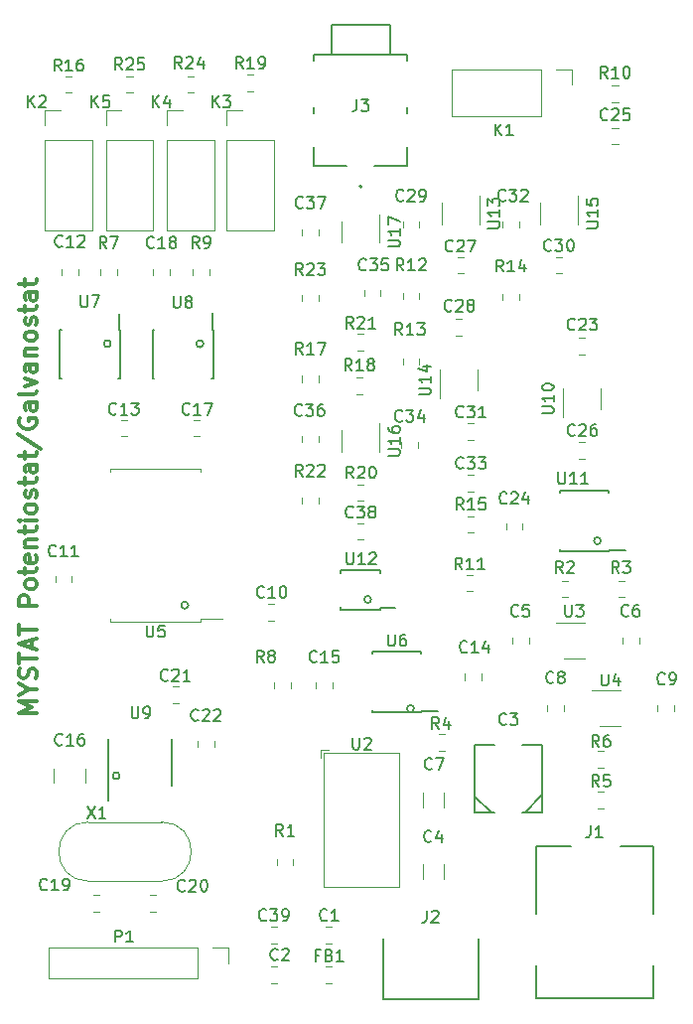
<source format=gto>
G04 #@! TF.GenerationSoftware,KiCad,Pcbnew,5.1.4+dfsg1-1*
G04 #@! TF.CreationDate,2019-09-30T15:39:43-04:00*
G04 #@! TF.ProjectId,mystatV7,6d797374-6174-4563-972e-6b696361645f,rev?*
G04 #@! TF.SameCoordinates,Original*
G04 #@! TF.FileFunction,Legend,Top*
G04 #@! TF.FilePolarity,Positive*
%FSLAX46Y46*%
G04 Gerber Fmt 4.6, Leading zero omitted, Abs format (unit mm)*
G04 Created by KiCad (PCBNEW 5.1.4+dfsg1-1) date 2019-09-30 15:39:43*
%MOMM*%
%LPD*%
G04 APERTURE LIST*
%ADD10C,0.200000*%
%ADD11C,0.300000*%
%ADD12C,0.150000*%
%ADD13C,0.120000*%
%ADD14C,0.127000*%
%ADD15C,0.152400*%
G04 APERTURE END LIST*
D10*
X80900000Y-96700000D02*
G75*
G03X80900000Y-96700000I-300000J0D01*
G01*
X59456600Y-111734600D02*
G75*
G03X59456600Y-111734600I-300000J0D01*
G01*
X84550000Y-106000000D02*
G75*
G03X84550000Y-106000000I-300000J0D01*
G01*
X100500000Y-91700000D02*
G75*
G03X100500000Y-91700000I-300000J0D01*
G01*
X58700000Y-74900000D02*
G75*
G03X58700000Y-74900000I-300000J0D01*
G01*
X66600000Y-74900000D02*
G75*
G03X66600000Y-74900000I-300000J0D01*
G01*
X65300000Y-97200000D02*
G75*
G03X65300000Y-97200000I-300000J0D01*
G01*
D11*
X52378571Y-106357142D02*
X50878571Y-106357142D01*
X51950000Y-105857142D01*
X50878571Y-105357142D01*
X52378571Y-105357142D01*
X51664285Y-104357142D02*
X52378571Y-104357142D01*
X50878571Y-104857142D02*
X51664285Y-104357142D01*
X50878571Y-103857142D01*
X52307142Y-103428571D02*
X52378571Y-103214285D01*
X52378571Y-102857142D01*
X52307142Y-102714285D01*
X52235714Y-102642857D01*
X52092857Y-102571428D01*
X51950000Y-102571428D01*
X51807142Y-102642857D01*
X51735714Y-102714285D01*
X51664285Y-102857142D01*
X51592857Y-103142857D01*
X51521428Y-103285714D01*
X51450000Y-103357142D01*
X51307142Y-103428571D01*
X51164285Y-103428571D01*
X51021428Y-103357142D01*
X50950000Y-103285714D01*
X50878571Y-103142857D01*
X50878571Y-102785714D01*
X50950000Y-102571428D01*
X50878571Y-102142857D02*
X50878571Y-101285714D01*
X52378571Y-101714285D02*
X50878571Y-101714285D01*
X51950000Y-100857142D02*
X51950000Y-100142857D01*
X52378571Y-101000000D02*
X50878571Y-100500000D01*
X52378571Y-100000000D01*
X50878571Y-99714285D02*
X50878571Y-98857142D01*
X52378571Y-99285714D02*
X50878571Y-99285714D01*
X52378571Y-97214285D02*
X50878571Y-97214285D01*
X50878571Y-96642857D01*
X50950000Y-96500000D01*
X51021428Y-96428571D01*
X51164285Y-96357142D01*
X51378571Y-96357142D01*
X51521428Y-96428571D01*
X51592857Y-96500000D01*
X51664285Y-96642857D01*
X51664285Y-97214285D01*
X52378571Y-95500000D02*
X52307142Y-95642857D01*
X52235714Y-95714285D01*
X52092857Y-95785714D01*
X51664285Y-95785714D01*
X51521428Y-95714285D01*
X51450000Y-95642857D01*
X51378571Y-95500000D01*
X51378571Y-95285714D01*
X51450000Y-95142857D01*
X51521428Y-95071428D01*
X51664285Y-95000000D01*
X52092857Y-95000000D01*
X52235714Y-95071428D01*
X52307142Y-95142857D01*
X52378571Y-95285714D01*
X52378571Y-95500000D01*
X51378571Y-94571428D02*
X51378571Y-94000000D01*
X50878571Y-94357142D02*
X52164285Y-94357142D01*
X52307142Y-94285714D01*
X52378571Y-94142857D01*
X52378571Y-94000000D01*
X52307142Y-92928571D02*
X52378571Y-93071428D01*
X52378571Y-93357142D01*
X52307142Y-93500000D01*
X52164285Y-93571428D01*
X51592857Y-93571428D01*
X51450000Y-93500000D01*
X51378571Y-93357142D01*
X51378571Y-93071428D01*
X51450000Y-92928571D01*
X51592857Y-92857142D01*
X51735714Y-92857142D01*
X51878571Y-93571428D01*
X51378571Y-92214285D02*
X52378571Y-92214285D01*
X51521428Y-92214285D02*
X51450000Y-92142857D01*
X51378571Y-92000000D01*
X51378571Y-91785714D01*
X51450000Y-91642857D01*
X51592857Y-91571428D01*
X52378571Y-91571428D01*
X51378571Y-91071428D02*
X51378571Y-90500000D01*
X50878571Y-90857142D02*
X52164285Y-90857142D01*
X52307142Y-90785714D01*
X52378571Y-90642857D01*
X52378571Y-90500000D01*
X52378571Y-90000000D02*
X51378571Y-90000000D01*
X50878571Y-90000000D02*
X50950000Y-90071428D01*
X51021428Y-90000000D01*
X50950000Y-89928571D01*
X50878571Y-90000000D01*
X51021428Y-90000000D01*
X52378571Y-89071428D02*
X52307142Y-89214285D01*
X52235714Y-89285714D01*
X52092857Y-89357142D01*
X51664285Y-89357142D01*
X51521428Y-89285714D01*
X51450000Y-89214285D01*
X51378571Y-89071428D01*
X51378571Y-88857142D01*
X51450000Y-88714285D01*
X51521428Y-88642857D01*
X51664285Y-88571428D01*
X52092857Y-88571428D01*
X52235714Y-88642857D01*
X52307142Y-88714285D01*
X52378571Y-88857142D01*
X52378571Y-89071428D01*
X52307142Y-88000000D02*
X52378571Y-87857142D01*
X52378571Y-87571428D01*
X52307142Y-87428571D01*
X52164285Y-87357142D01*
X52092857Y-87357142D01*
X51950000Y-87428571D01*
X51878571Y-87571428D01*
X51878571Y-87785714D01*
X51807142Y-87928571D01*
X51664285Y-88000000D01*
X51592857Y-88000000D01*
X51450000Y-87928571D01*
X51378571Y-87785714D01*
X51378571Y-87571428D01*
X51450000Y-87428571D01*
X51378571Y-86928571D02*
X51378571Y-86357142D01*
X50878571Y-86714285D02*
X52164285Y-86714285D01*
X52307142Y-86642857D01*
X52378571Y-86500000D01*
X52378571Y-86357142D01*
X52378571Y-85214285D02*
X51592857Y-85214285D01*
X51450000Y-85285714D01*
X51378571Y-85428571D01*
X51378571Y-85714285D01*
X51450000Y-85857142D01*
X52307142Y-85214285D02*
X52378571Y-85357142D01*
X52378571Y-85714285D01*
X52307142Y-85857142D01*
X52164285Y-85928571D01*
X52021428Y-85928571D01*
X51878571Y-85857142D01*
X51807142Y-85714285D01*
X51807142Y-85357142D01*
X51735714Y-85214285D01*
X51378571Y-84714285D02*
X51378571Y-84142857D01*
X50878571Y-84500000D02*
X52164285Y-84500000D01*
X52307142Y-84428571D01*
X52378571Y-84285714D01*
X52378571Y-84142857D01*
X50807142Y-82571428D02*
X52735714Y-83857142D01*
X50950000Y-81285714D02*
X50878571Y-81428571D01*
X50878571Y-81642857D01*
X50950000Y-81857142D01*
X51092857Y-82000000D01*
X51235714Y-82071428D01*
X51521428Y-82142857D01*
X51735714Y-82142857D01*
X52021428Y-82071428D01*
X52164285Y-82000000D01*
X52307142Y-81857142D01*
X52378571Y-81642857D01*
X52378571Y-81500000D01*
X52307142Y-81285714D01*
X52235714Y-81214285D01*
X51735714Y-81214285D01*
X51735714Y-81500000D01*
X52378571Y-79928571D02*
X51592857Y-79928571D01*
X51450000Y-80000000D01*
X51378571Y-80142857D01*
X51378571Y-80428571D01*
X51450000Y-80571428D01*
X52307142Y-79928571D02*
X52378571Y-80071428D01*
X52378571Y-80428571D01*
X52307142Y-80571428D01*
X52164285Y-80642857D01*
X52021428Y-80642857D01*
X51878571Y-80571428D01*
X51807142Y-80428571D01*
X51807142Y-80071428D01*
X51735714Y-79928571D01*
X52378571Y-79000000D02*
X52307142Y-79142857D01*
X52164285Y-79214285D01*
X50878571Y-79214285D01*
X51378571Y-78571428D02*
X52378571Y-78214285D01*
X51378571Y-77857142D01*
X52378571Y-76642857D02*
X51592857Y-76642857D01*
X51450000Y-76714285D01*
X51378571Y-76857142D01*
X51378571Y-77142857D01*
X51450000Y-77285714D01*
X52307142Y-76642857D02*
X52378571Y-76785714D01*
X52378571Y-77142857D01*
X52307142Y-77285714D01*
X52164285Y-77357142D01*
X52021428Y-77357142D01*
X51878571Y-77285714D01*
X51807142Y-77142857D01*
X51807142Y-76785714D01*
X51735714Y-76642857D01*
X51378571Y-75928571D02*
X52378571Y-75928571D01*
X51521428Y-75928571D02*
X51450000Y-75857142D01*
X51378571Y-75714285D01*
X51378571Y-75500000D01*
X51450000Y-75357142D01*
X51592857Y-75285714D01*
X52378571Y-75285714D01*
X52378571Y-74357142D02*
X52307142Y-74500000D01*
X52235714Y-74571428D01*
X52092857Y-74642857D01*
X51664285Y-74642857D01*
X51521428Y-74571428D01*
X51450000Y-74500000D01*
X51378571Y-74357142D01*
X51378571Y-74142857D01*
X51450000Y-74000000D01*
X51521428Y-73928571D01*
X51664285Y-73857142D01*
X52092857Y-73857142D01*
X52235714Y-73928571D01*
X52307142Y-74000000D01*
X52378571Y-74142857D01*
X52378571Y-74357142D01*
X52307142Y-73285714D02*
X52378571Y-73142857D01*
X52378571Y-72857142D01*
X52307142Y-72714285D01*
X52164285Y-72642857D01*
X52092857Y-72642857D01*
X51950000Y-72714285D01*
X51878571Y-72857142D01*
X51878571Y-73071428D01*
X51807142Y-73214285D01*
X51664285Y-73285714D01*
X51592857Y-73285714D01*
X51450000Y-73214285D01*
X51378571Y-73071428D01*
X51378571Y-72857142D01*
X51450000Y-72714285D01*
X51378571Y-72214285D02*
X51378571Y-71642857D01*
X50878571Y-72000000D02*
X52164285Y-72000000D01*
X52307142Y-71928571D01*
X52378571Y-71785714D01*
X52378571Y-71642857D01*
X52378571Y-70500000D02*
X51592857Y-70500000D01*
X51450000Y-70571428D01*
X51378571Y-70714285D01*
X51378571Y-71000000D01*
X51450000Y-71142857D01*
X52307142Y-70500000D02*
X52378571Y-70642857D01*
X52378571Y-71000000D01*
X52307142Y-71142857D01*
X52164285Y-71214285D01*
X52021428Y-71214285D01*
X51878571Y-71142857D01*
X51807142Y-71000000D01*
X51807142Y-70642857D01*
X51735714Y-70500000D01*
X51378571Y-70000000D02*
X51378571Y-69428571D01*
X50878571Y-69785714D02*
X52164285Y-69785714D01*
X52307142Y-69714285D01*
X52378571Y-69571428D01*
X52378571Y-69428571D01*
D12*
X85175000Y-106225000D02*
X86575000Y-106225000D01*
X85175000Y-101125000D02*
X81025000Y-101125000D01*
X85175000Y-106275000D02*
X81025000Y-106275000D01*
X85175000Y-101125000D02*
X85175000Y-101270000D01*
X81025000Y-101125000D02*
X81025000Y-101270000D01*
X81025000Y-106275000D02*
X81025000Y-106130000D01*
X85175000Y-106275000D02*
X85175000Y-106225000D01*
X101175000Y-92525000D02*
X102575000Y-92525000D01*
X101175000Y-87425000D02*
X97025000Y-87425000D01*
X101175000Y-92575000D02*
X97025000Y-92575000D01*
X101175000Y-87425000D02*
X101175000Y-87570000D01*
X97025000Y-87425000D02*
X97025000Y-87570000D01*
X97025000Y-92575000D02*
X97025000Y-92430000D01*
X101175000Y-92575000D02*
X101175000Y-92525000D01*
D13*
X66360000Y-98375000D02*
X68175000Y-98375000D01*
X66360000Y-98610000D02*
X66360000Y-98375000D01*
X62500000Y-98610000D02*
X66360000Y-98610000D01*
X58640000Y-98610000D02*
X58640000Y-98375000D01*
X62500000Y-98610000D02*
X58640000Y-98610000D01*
X66360000Y-85590000D02*
X66360000Y-85825000D01*
X62500000Y-85590000D02*
X66360000Y-85590000D01*
X58640000Y-85590000D02*
X58640000Y-85825000D01*
X62500000Y-85590000D02*
X58640000Y-85590000D01*
D12*
X63866708Y-112609399D02*
X63866708Y-108609399D01*
X58466708Y-113884399D02*
X58466708Y-108609399D01*
D13*
X74990000Y-82741422D02*
X74990000Y-83258578D01*
X76410000Y-82741422D02*
X76410000Y-83258578D01*
D14*
X81900000Y-125599000D02*
X81900000Y-130750000D01*
X81900000Y-130750000D02*
X90100000Y-130750000D01*
X90100000Y-130750000D02*
X90100000Y-125599000D01*
D12*
X81675000Y-97575000D02*
X81675000Y-97400000D01*
X78325000Y-97575000D02*
X78325000Y-97325000D01*
X78325000Y-94225000D02*
X78325000Y-94475000D01*
X81675000Y-94225000D02*
X81675000Y-94475000D01*
X81675000Y-97575000D02*
X78325000Y-97575000D01*
X81675000Y-94225000D02*
X78325000Y-94225000D01*
X81675000Y-97400000D02*
X82925000Y-97400000D01*
X59432733Y-73725440D02*
X59432733Y-72325440D01*
X54332733Y-73725440D02*
X54332733Y-77875440D01*
X59482733Y-73725440D02*
X59482733Y-77875440D01*
X54332733Y-73725440D02*
X54477733Y-73725440D01*
X54332733Y-77875440D02*
X54477733Y-77875440D01*
X59482733Y-77875440D02*
X59337733Y-77875440D01*
X59482733Y-73725440D02*
X59432733Y-73725440D01*
X67364605Y-73705739D02*
X67364605Y-72305739D01*
X62264605Y-73705739D02*
X62264605Y-77855739D01*
X67414605Y-73705739D02*
X67414605Y-77855739D01*
X62264605Y-73705739D02*
X62409605Y-73705739D01*
X62264605Y-77855739D02*
X62409605Y-77855739D01*
X67414605Y-77855739D02*
X67269605Y-77855739D01*
X67414605Y-73705739D02*
X67364605Y-73705739D01*
D13*
X77041422Y-126010000D02*
X77558578Y-126010000D01*
X77041422Y-124590000D02*
X77558578Y-124590000D01*
X72341422Y-129410000D02*
X72858578Y-129410000D01*
X72341422Y-127990000D02*
X72858578Y-127990000D01*
X72341422Y-126010000D02*
X72858578Y-126010000D01*
X72341422Y-124590000D02*
X72858578Y-124590000D01*
X77558578Y-127990000D02*
X77041422Y-127990000D01*
X77558578Y-129410000D02*
X77041422Y-129410000D01*
D14*
X105000000Y-127900000D02*
X105000000Y-130700000D01*
X105000000Y-117700000D02*
X105000000Y-123500000D01*
X102200000Y-117700000D02*
X105000000Y-117700000D01*
X95000000Y-117700000D02*
X97900000Y-117700000D01*
X95000000Y-123500000D02*
X95000000Y-117700000D01*
X95000000Y-130700000D02*
X95000000Y-127900000D01*
X105000000Y-130700000D02*
X95000000Y-130700000D01*
D13*
X57708578Y-121880000D02*
X57191422Y-121880000D01*
X57708578Y-123300000D02*
X57191422Y-123300000D01*
D14*
X76000000Y-58100000D02*
X76000000Y-59750000D01*
X78800000Y-59750000D02*
X76000000Y-59750000D01*
X84000000Y-59750000D02*
X81200000Y-59750000D01*
X84000000Y-58100000D02*
X84000000Y-59750000D01*
D10*
X80100000Y-61500000D02*
G75*
G03X80100000Y-61500000I-100000J0D01*
G01*
D14*
X84000000Y-54750000D02*
X84000000Y-55250000D01*
X76000000Y-54750000D02*
X76000000Y-55250000D01*
X77500000Y-47750000D02*
X77500000Y-50250000D01*
X82500000Y-47750000D02*
X77500000Y-47750000D01*
X82500000Y-50250000D02*
X82500000Y-47750000D01*
X76000000Y-50250000D02*
X76000000Y-50750000D01*
X77500000Y-50250000D02*
X76000000Y-50250000D01*
X82500000Y-50250000D02*
X77500000Y-50250000D01*
X84000000Y-50250000D02*
X82500000Y-50250000D01*
X84000000Y-50750000D02*
X84000000Y-50250000D01*
D15*
X95482900Y-114882900D02*
X95482900Y-109117100D01*
X95482900Y-109117100D02*
X93821740Y-109117100D01*
X89717100Y-109117100D02*
X89717100Y-114882900D01*
X89717100Y-114882900D02*
X91378260Y-114882900D01*
X93821740Y-114882900D02*
X95482900Y-114882900D01*
X91378260Y-109117100D02*
X89717100Y-109117100D01*
X91127950Y-114852950D02*
X89750000Y-113475000D01*
X94050000Y-114825000D02*
X95427950Y-113447050D01*
D13*
X63490000Y-65250000D02*
X67510000Y-65250000D01*
X63490000Y-57570000D02*
X63490000Y-65250000D01*
X67510000Y-57570000D02*
X67510000Y-65250000D01*
X63490000Y-57570000D02*
X67510000Y-57570000D01*
X63490000Y-56300000D02*
X63490000Y-54970000D01*
X63490000Y-54970000D02*
X64820000Y-54970000D01*
X68590000Y-65250000D02*
X72610000Y-65250000D01*
X68590000Y-57570000D02*
X68590000Y-65250000D01*
X72610000Y-57570000D02*
X72610000Y-65250000D01*
X68590000Y-57570000D02*
X72610000Y-57570000D01*
X68590000Y-56300000D02*
X68590000Y-54970000D01*
X68590000Y-54970000D02*
X69920000Y-54970000D01*
X58290000Y-65250000D02*
X62310000Y-65250000D01*
X58290000Y-57570000D02*
X58290000Y-65250000D01*
X62310000Y-57570000D02*
X62310000Y-65250000D01*
X58290000Y-57570000D02*
X62310000Y-57570000D01*
X58290000Y-56300000D02*
X58290000Y-54970000D01*
X58290000Y-54970000D02*
X59620000Y-54970000D01*
X87750000Y-51490000D02*
X87750000Y-55510000D01*
X95430000Y-51490000D02*
X87750000Y-51490000D01*
X95430000Y-55510000D02*
X87750000Y-55510000D01*
X95430000Y-51490000D02*
X95430000Y-55510000D01*
X96700000Y-51490000D02*
X98030000Y-51490000D01*
X98030000Y-51490000D02*
X98030000Y-52820000D01*
X53090000Y-65250000D02*
X57110000Y-65250000D01*
X53090000Y-57570000D02*
X53090000Y-65250000D01*
X57110000Y-57570000D02*
X57110000Y-65250000D01*
X53090000Y-57570000D02*
X57110000Y-57570000D01*
X53090000Y-56300000D02*
X53090000Y-54970000D01*
X53090000Y-54970000D02*
X54420000Y-54970000D01*
X87110000Y-120502064D02*
X87110000Y-119297936D01*
X85290000Y-120502064D02*
X85290000Y-119297936D01*
X92916497Y-99958183D02*
X92916497Y-100475339D01*
X94336497Y-99958183D02*
X94336497Y-100475339D01*
X103736497Y-100475339D02*
X103736497Y-99958183D01*
X102316497Y-100475339D02*
X102316497Y-99958183D01*
X85290000Y-113197936D02*
X85290000Y-114402064D01*
X87110000Y-113197936D02*
X87110000Y-114402064D01*
X95937593Y-105681790D02*
X95937593Y-106198946D01*
X97357593Y-105681790D02*
X97357593Y-106198946D01*
X106757593Y-106198946D02*
X106757593Y-105681790D01*
X105337593Y-106198946D02*
X105337593Y-105681790D01*
X72141422Y-98510000D02*
X72658578Y-98510000D01*
X72141422Y-97090000D02*
X72658578Y-97090000D01*
X53950800Y-94737422D02*
X53950800Y-95254578D01*
X55370800Y-94737422D02*
X55370800Y-95254578D01*
X55917733Y-69059018D02*
X55917733Y-68541862D01*
X54497733Y-69059018D02*
X54497733Y-68541862D01*
X59541422Y-82810000D02*
X60058578Y-82810000D01*
X59541422Y-81390000D02*
X60058578Y-81390000D01*
X90310000Y-103558578D02*
X90310000Y-103041422D01*
X88890000Y-103558578D02*
X88890000Y-103041422D01*
X76157972Y-103741422D02*
X76157972Y-104258578D01*
X77577972Y-103741422D02*
X77577972Y-104258578D01*
X56551708Y-112311463D02*
X56551708Y-111107335D01*
X53831708Y-112311463D02*
X53831708Y-111107335D01*
X66258578Y-81390000D02*
X65741422Y-81390000D01*
X66258578Y-82810000D02*
X65741422Y-82810000D01*
X63710000Y-69058578D02*
X63710000Y-68541422D01*
X62290000Y-69058578D02*
X62290000Y-68541422D01*
X62033130Y-123319399D02*
X62550286Y-123319399D01*
X62033130Y-121899399D02*
X62550286Y-121899399D01*
X64458578Y-104090000D02*
X63941422Y-104090000D01*
X64458578Y-105510000D02*
X63941422Y-105510000D01*
X66090000Y-108741422D02*
X66090000Y-109258578D01*
X67510000Y-108741422D02*
X67510000Y-109258578D01*
X99158578Y-74390000D02*
X98641422Y-74390000D01*
X99158578Y-75810000D02*
X98641422Y-75810000D01*
X92390000Y-90241422D02*
X92390000Y-90758578D01*
X93810000Y-90241422D02*
X93810000Y-90758578D01*
X101441422Y-57910000D02*
X101958578Y-57910000D01*
X101441422Y-56490000D02*
X101958578Y-56490000D01*
X98641422Y-84710000D02*
X99158578Y-84710000D01*
X98641422Y-83290000D02*
X99158578Y-83290000D01*
X88241422Y-68910000D02*
X88758578Y-68910000D01*
X88241422Y-67490000D02*
X88758578Y-67490000D01*
X88141422Y-74210000D02*
X88658578Y-74210000D01*
X88141422Y-72790000D02*
X88658578Y-72790000D01*
X85010000Y-64958578D02*
X85010000Y-64441422D01*
X83590000Y-64958578D02*
X83590000Y-64441422D01*
X96641422Y-68910000D02*
X97158578Y-68910000D01*
X96641422Y-67490000D02*
X97158578Y-67490000D01*
X89141422Y-83110000D02*
X89658578Y-83110000D01*
X89141422Y-81690000D02*
X89658578Y-81690000D01*
X93510000Y-64958578D02*
X93510000Y-64441422D01*
X92090000Y-64958578D02*
X92090000Y-64441422D01*
X89658578Y-86090000D02*
X89141422Y-86090000D01*
X89658578Y-87510000D02*
X89141422Y-87510000D01*
X84910000Y-83758578D02*
X84910000Y-83241422D01*
X83490000Y-83758578D02*
X83490000Y-83241422D01*
X81710000Y-70858578D02*
X81710000Y-70341422D01*
X80290000Y-70858578D02*
X80290000Y-70341422D01*
X74990000Y-65141422D02*
X74990000Y-65658578D01*
X76410000Y-65141422D02*
X76410000Y-65658578D01*
X79741422Y-91610000D02*
X80258578Y-91610000D01*
X79741422Y-90190000D02*
X80258578Y-90190000D01*
X68730000Y-126370000D02*
X68730000Y-127700000D01*
X67400000Y-126370000D02*
X68730000Y-126370000D01*
X66130000Y-126370000D02*
X66130000Y-129030000D01*
X66130000Y-129030000D02*
X53370000Y-129030000D01*
X66130000Y-126370000D02*
X53370000Y-126370000D01*
X53370000Y-126370000D02*
X53370000Y-129030000D01*
X72840000Y-118841422D02*
X72840000Y-119358578D01*
X74260000Y-118841422D02*
X74260000Y-119358578D01*
X97167919Y-96526761D02*
X97685075Y-96526761D01*
X97167919Y-95106761D02*
X97685075Y-95106761D01*
X101967919Y-96526761D02*
X102485075Y-96526761D01*
X101967919Y-95106761D02*
X102485075Y-95106761D01*
X86641422Y-109610000D02*
X87158578Y-109610000D01*
X86641422Y-108190000D02*
X87158578Y-108190000D01*
X100758578Y-113090000D02*
X100241422Y-113090000D01*
X100758578Y-114510000D02*
X100241422Y-114510000D01*
X100189015Y-111050368D02*
X100706171Y-111050368D01*
X100189015Y-109630368D02*
X100706171Y-109630368D01*
X59217733Y-69059018D02*
X59217733Y-68541862D01*
X57797733Y-69059018D02*
X57797733Y-68541862D01*
X72657972Y-103741422D02*
X72657972Y-104258578D01*
X74077972Y-103741422D02*
X74077972Y-104258578D01*
X65690000Y-68541422D02*
X65690000Y-69058578D01*
X67110000Y-68541422D02*
X67110000Y-69058578D01*
X101441422Y-54310000D02*
X101958578Y-54310000D01*
X101441422Y-52890000D02*
X101958578Y-52890000D01*
X89558578Y-94590000D02*
X89041422Y-94590000D01*
X89558578Y-96010000D02*
X89041422Y-96010000D01*
X85010000Y-71058578D02*
X85010000Y-70541422D01*
X83590000Y-71058578D02*
X83590000Y-70541422D01*
X83590000Y-76141422D02*
X83590000Y-76658578D01*
X85010000Y-76141422D02*
X85010000Y-76658578D01*
X93510000Y-71158578D02*
X93510000Y-70641422D01*
X92090000Y-71158578D02*
X92090000Y-70641422D01*
X89141422Y-91010000D02*
X89658578Y-91010000D01*
X89141422Y-89590000D02*
X89658578Y-89590000D01*
X55358578Y-52090000D02*
X54841422Y-52090000D01*
X55358578Y-53510000D02*
X54841422Y-53510000D01*
X74990000Y-77641422D02*
X74990000Y-78158578D01*
X76410000Y-77641422D02*
X76410000Y-78158578D01*
X80158578Y-77790000D02*
X79641422Y-77790000D01*
X80158578Y-79210000D02*
X79641422Y-79210000D01*
X70858578Y-51990000D02*
X70341422Y-51990000D01*
X70858578Y-53410000D02*
X70341422Y-53410000D01*
X79741422Y-88310000D02*
X80258578Y-88310000D01*
X79741422Y-86890000D02*
X80258578Y-86890000D01*
X79741422Y-75510000D02*
X80258578Y-75510000D01*
X79741422Y-74090000D02*
X80258578Y-74090000D01*
X74990000Y-88041422D02*
X74990000Y-88558578D01*
X76410000Y-88041422D02*
X76410000Y-88558578D01*
X76410000Y-71258578D02*
X76410000Y-70741422D01*
X74990000Y-71258578D02*
X74990000Y-70741422D01*
X65758578Y-52090000D02*
X65241422Y-52090000D01*
X65758578Y-53510000D02*
X65241422Y-53510000D01*
X60558578Y-52090000D02*
X60041422Y-52090000D01*
X60558578Y-53510000D02*
X60041422Y-53510000D01*
X83305943Y-121212404D02*
X76855943Y-121212404D01*
X83305943Y-109762404D02*
X83305943Y-121212404D01*
X76855943Y-109762404D02*
X83305943Y-109762404D01*
X76855943Y-121212404D02*
X76855943Y-109762404D01*
X76605943Y-109487404D02*
X77305943Y-109487404D01*
X76555943Y-110187404D02*
X76555943Y-109487404D01*
X63035000Y-120715000D02*
G75*
G03X63035000Y-115665000I0J2525000D01*
G01*
X56785000Y-120715000D02*
G75*
G02X56785000Y-115665000I0J2525000D01*
G01*
X56785000Y-120715000D02*
X63035000Y-120715000D01*
X56785000Y-115665000D02*
X63035000Y-115665000D01*
X100510000Y-80500000D02*
X100510000Y-78700000D01*
X97290000Y-78700000D02*
X97290000Y-81150000D01*
X86890000Y-62900000D02*
X86890000Y-64700000D01*
X90110000Y-64700000D02*
X90110000Y-62250000D01*
X90010000Y-78900000D02*
X90010000Y-77100000D01*
X86790000Y-77100000D02*
X86790000Y-79550000D01*
X95290000Y-62900000D02*
X95290000Y-64700000D01*
X98510000Y-64700000D02*
X98510000Y-62250000D01*
X78390000Y-82300000D02*
X78390000Y-84100000D01*
X81610000Y-84100000D02*
X81610000Y-81650000D01*
X78390000Y-64500000D02*
X78390000Y-66300000D01*
X81610000Y-66300000D02*
X81610000Y-63850000D01*
X99106497Y-98706761D02*
X96676497Y-98706761D01*
X97346497Y-101776761D02*
X99106497Y-101776761D01*
X102127593Y-104430368D02*
X99697593Y-104430368D01*
X100367593Y-107500368D02*
X102127593Y-107500368D01*
D12*
X82344023Y-99672689D02*
X82344023Y-100482213D01*
X82391642Y-100577451D01*
X82439261Y-100625070D01*
X82534499Y-100672689D01*
X82724975Y-100672689D01*
X82820213Y-100625070D01*
X82867832Y-100577451D01*
X82915451Y-100482213D01*
X82915451Y-99672689D01*
X83820213Y-99672689D02*
X83629737Y-99672689D01*
X83534499Y-99720309D01*
X83486880Y-99767928D01*
X83391642Y-99910785D01*
X83344023Y-100101261D01*
X83344023Y-100482213D01*
X83391642Y-100577451D01*
X83439261Y-100625070D01*
X83534499Y-100672689D01*
X83724975Y-100672689D01*
X83820213Y-100625070D01*
X83867832Y-100577451D01*
X83915451Y-100482213D01*
X83915451Y-100244118D01*
X83867832Y-100148880D01*
X83820213Y-100101261D01*
X83724975Y-100053642D01*
X83534499Y-100053642D01*
X83439261Y-100101261D01*
X83391642Y-100148880D01*
X83344023Y-100244118D01*
X96861904Y-85852380D02*
X96861904Y-86661904D01*
X96909523Y-86757142D01*
X96957142Y-86804761D01*
X97052380Y-86852380D01*
X97242857Y-86852380D01*
X97338095Y-86804761D01*
X97385714Y-86757142D01*
X97433333Y-86661904D01*
X97433333Y-85852380D01*
X98433333Y-86852380D02*
X97861904Y-86852380D01*
X98147619Y-86852380D02*
X98147619Y-85852380D01*
X98052380Y-85995238D01*
X97957142Y-86090476D01*
X97861904Y-86138095D01*
X99385714Y-86852380D02*
X98814285Y-86852380D01*
X99100000Y-86852380D02*
X99100000Y-85852380D01*
X99004761Y-85995238D01*
X98909523Y-86090476D01*
X98814285Y-86138095D01*
X61738095Y-98902380D02*
X61738095Y-99711904D01*
X61785714Y-99807142D01*
X61833333Y-99854761D01*
X61928571Y-99902380D01*
X62119047Y-99902380D01*
X62214285Y-99854761D01*
X62261904Y-99807142D01*
X62309523Y-99711904D01*
X62309523Y-98902380D01*
X63261904Y-98902380D02*
X62785714Y-98902380D01*
X62738095Y-99378571D01*
X62785714Y-99330952D01*
X62880952Y-99283333D01*
X63119047Y-99283333D01*
X63214285Y-99330952D01*
X63261904Y-99378571D01*
X63309523Y-99473809D01*
X63309523Y-99711904D01*
X63261904Y-99807142D01*
X63214285Y-99854761D01*
X63119047Y-99902380D01*
X62880952Y-99902380D01*
X62785714Y-99854761D01*
X62738095Y-99807142D01*
X60477495Y-105840280D02*
X60477495Y-106649804D01*
X60525114Y-106745042D01*
X60572733Y-106792661D01*
X60667971Y-106840280D01*
X60858447Y-106840280D01*
X60953685Y-106792661D01*
X61001304Y-106745042D01*
X61048923Y-106649804D01*
X61048923Y-105840280D01*
X61572733Y-106840280D02*
X61763209Y-106840280D01*
X61858447Y-106792661D01*
X61906066Y-106745042D01*
X62001304Y-106602185D01*
X62048923Y-106411709D01*
X62048923Y-106030757D01*
X62001304Y-105935519D01*
X61953685Y-105887900D01*
X61858447Y-105840280D01*
X61667971Y-105840280D01*
X61572733Y-105887900D01*
X61525114Y-105935519D01*
X61477495Y-106030757D01*
X61477495Y-106268852D01*
X61525114Y-106364090D01*
X61572733Y-106411709D01*
X61667971Y-106459328D01*
X61858447Y-106459328D01*
X61953685Y-106411709D01*
X62001304Y-106364090D01*
X62048923Y-106268852D01*
X74998342Y-80957142D02*
X74950723Y-81004761D01*
X74807866Y-81052380D01*
X74712628Y-81052380D01*
X74569771Y-81004761D01*
X74474533Y-80909523D01*
X74426914Y-80814285D01*
X74379295Y-80623809D01*
X74379295Y-80480952D01*
X74426914Y-80290476D01*
X74474533Y-80195238D01*
X74569771Y-80100000D01*
X74712628Y-80052380D01*
X74807866Y-80052380D01*
X74950723Y-80100000D01*
X74998342Y-80147619D01*
X75331676Y-80052380D02*
X75950723Y-80052380D01*
X75617390Y-80433333D01*
X75760247Y-80433333D01*
X75855485Y-80480952D01*
X75903104Y-80528571D01*
X75950723Y-80623809D01*
X75950723Y-80861904D01*
X75903104Y-80957142D01*
X75855485Y-81004761D01*
X75760247Y-81052380D01*
X75474533Y-81052380D01*
X75379295Y-81004761D01*
X75331676Y-80957142D01*
X76807866Y-80052380D02*
X76617390Y-80052380D01*
X76522152Y-80100000D01*
X76474533Y-80147619D01*
X76379295Y-80290476D01*
X76331676Y-80480952D01*
X76331676Y-80861904D01*
X76379295Y-80957142D01*
X76426914Y-81004761D01*
X76522152Y-81052380D01*
X76712628Y-81052380D01*
X76807866Y-81004761D01*
X76855485Y-80957142D01*
X76903104Y-80861904D01*
X76903104Y-80623809D01*
X76855485Y-80528571D01*
X76807866Y-80480952D01*
X76712628Y-80433333D01*
X76522152Y-80433333D01*
X76426914Y-80480952D01*
X76379295Y-80528571D01*
X76331676Y-80623809D01*
X85646666Y-123232380D02*
X85646666Y-123946666D01*
X85599047Y-124089523D01*
X85503809Y-124184761D01*
X85360952Y-124232380D01*
X85265714Y-124232380D01*
X86075238Y-123327619D02*
X86122857Y-123280000D01*
X86218095Y-123232380D01*
X86456190Y-123232380D01*
X86551428Y-123280000D01*
X86599047Y-123327619D01*
X86646666Y-123422857D01*
X86646666Y-123518095D01*
X86599047Y-123660952D01*
X86027619Y-124232380D01*
X86646666Y-124232380D01*
X78797304Y-92708680D02*
X78797304Y-93518204D01*
X78844923Y-93613442D01*
X78892542Y-93661061D01*
X78987780Y-93708680D01*
X79178257Y-93708680D01*
X79273495Y-93661061D01*
X79321114Y-93613442D01*
X79368733Y-93518204D01*
X79368733Y-92708680D01*
X80368733Y-93708680D02*
X79797304Y-93708680D01*
X80083019Y-93708680D02*
X80083019Y-92708680D01*
X79987780Y-92851538D01*
X79892542Y-92946776D01*
X79797304Y-92994395D01*
X80749685Y-92803919D02*
X80797304Y-92756300D01*
X80892542Y-92708680D01*
X81130638Y-92708680D01*
X81225876Y-92756300D01*
X81273495Y-92803919D01*
X81321114Y-92899157D01*
X81321114Y-92994395D01*
X81273495Y-93137252D01*
X80702066Y-93708680D01*
X81321114Y-93708680D01*
X56134095Y-70775580D02*
X56134095Y-71585104D01*
X56181714Y-71680342D01*
X56229333Y-71727961D01*
X56324571Y-71775580D01*
X56515047Y-71775580D01*
X56610285Y-71727961D01*
X56657904Y-71680342D01*
X56705523Y-71585104D01*
X56705523Y-70775580D01*
X57086476Y-70775580D02*
X57753142Y-70775580D01*
X57324571Y-71775580D01*
X64058895Y-70826380D02*
X64058895Y-71635904D01*
X64106514Y-71731142D01*
X64154133Y-71778761D01*
X64249371Y-71826380D01*
X64439847Y-71826380D01*
X64535085Y-71778761D01*
X64582704Y-71731142D01*
X64630323Y-71635904D01*
X64630323Y-70826380D01*
X65249371Y-71254952D02*
X65154133Y-71207333D01*
X65106514Y-71159714D01*
X65058895Y-71064476D01*
X65058895Y-71016857D01*
X65106514Y-70921619D01*
X65154133Y-70874000D01*
X65249371Y-70826380D01*
X65439847Y-70826380D01*
X65535085Y-70874000D01*
X65582704Y-70921619D01*
X65630323Y-71016857D01*
X65630323Y-71064476D01*
X65582704Y-71159714D01*
X65535085Y-71207333D01*
X65439847Y-71254952D01*
X65249371Y-71254952D01*
X65154133Y-71302571D01*
X65106514Y-71350190D01*
X65058895Y-71445428D01*
X65058895Y-71635904D01*
X65106514Y-71731142D01*
X65154133Y-71778761D01*
X65249371Y-71826380D01*
X65439847Y-71826380D01*
X65535085Y-71778761D01*
X65582704Y-71731142D01*
X65630323Y-71635904D01*
X65630323Y-71445428D01*
X65582704Y-71350190D01*
X65535085Y-71302571D01*
X65439847Y-71254952D01*
X77133333Y-124007142D02*
X77085714Y-124054761D01*
X76942857Y-124102380D01*
X76847619Y-124102380D01*
X76704761Y-124054761D01*
X76609523Y-123959523D01*
X76561904Y-123864285D01*
X76514285Y-123673809D01*
X76514285Y-123530952D01*
X76561904Y-123340476D01*
X76609523Y-123245238D01*
X76704761Y-123150000D01*
X76847619Y-123102380D01*
X76942857Y-123102380D01*
X77085714Y-123150000D01*
X77133333Y-123197619D01*
X78085714Y-124102380D02*
X77514285Y-124102380D01*
X77800000Y-124102380D02*
X77800000Y-123102380D01*
X77704761Y-123245238D01*
X77609523Y-123340476D01*
X77514285Y-123388095D01*
X72933333Y-127367142D02*
X72885714Y-127414761D01*
X72742857Y-127462380D01*
X72647619Y-127462380D01*
X72504761Y-127414761D01*
X72409523Y-127319523D01*
X72361904Y-127224285D01*
X72314285Y-127033809D01*
X72314285Y-126890952D01*
X72361904Y-126700476D01*
X72409523Y-126605238D01*
X72504761Y-126510000D01*
X72647619Y-126462380D01*
X72742857Y-126462380D01*
X72885714Y-126510000D01*
X72933333Y-126557619D01*
X73314285Y-126557619D02*
X73361904Y-126510000D01*
X73457142Y-126462380D01*
X73695238Y-126462380D01*
X73790476Y-126510000D01*
X73838095Y-126557619D01*
X73885714Y-126652857D01*
X73885714Y-126748095D01*
X73838095Y-126890952D01*
X73266666Y-127462380D01*
X73885714Y-127462380D01*
X71957142Y-124007142D02*
X71909523Y-124054761D01*
X71766666Y-124102380D01*
X71671428Y-124102380D01*
X71528571Y-124054761D01*
X71433333Y-123959523D01*
X71385714Y-123864285D01*
X71338095Y-123673809D01*
X71338095Y-123530952D01*
X71385714Y-123340476D01*
X71433333Y-123245238D01*
X71528571Y-123150000D01*
X71671428Y-123102380D01*
X71766666Y-123102380D01*
X71909523Y-123150000D01*
X71957142Y-123197619D01*
X72290476Y-123102380D02*
X72909523Y-123102380D01*
X72576190Y-123483333D01*
X72719047Y-123483333D01*
X72814285Y-123530952D01*
X72861904Y-123578571D01*
X72909523Y-123673809D01*
X72909523Y-123911904D01*
X72861904Y-124007142D01*
X72814285Y-124054761D01*
X72719047Y-124102380D01*
X72433333Y-124102380D01*
X72338095Y-124054761D01*
X72290476Y-124007142D01*
X73385714Y-124102380D02*
X73576190Y-124102380D01*
X73671428Y-124054761D01*
X73719047Y-124007142D01*
X73814285Y-123864285D01*
X73861904Y-123673809D01*
X73861904Y-123292857D01*
X73814285Y-123197619D01*
X73766666Y-123150000D01*
X73671428Y-123102380D01*
X73480952Y-123102380D01*
X73385714Y-123150000D01*
X73338095Y-123197619D01*
X73290476Y-123292857D01*
X73290476Y-123530952D01*
X73338095Y-123626190D01*
X73385714Y-123673809D01*
X73480952Y-123721428D01*
X73671428Y-123721428D01*
X73766666Y-123673809D01*
X73814285Y-123626190D01*
X73861904Y-123530952D01*
X76466666Y-127028571D02*
X76133333Y-127028571D01*
X76133333Y-127552380D02*
X76133333Y-126552380D01*
X76609523Y-126552380D01*
X77323809Y-127028571D02*
X77466666Y-127076190D01*
X77514285Y-127123809D01*
X77561904Y-127219047D01*
X77561904Y-127361904D01*
X77514285Y-127457142D01*
X77466666Y-127504761D01*
X77371428Y-127552380D01*
X76990476Y-127552380D01*
X76990476Y-126552380D01*
X77323809Y-126552380D01*
X77419047Y-126600000D01*
X77466666Y-126647619D01*
X77514285Y-126742857D01*
X77514285Y-126838095D01*
X77466666Y-126933333D01*
X77419047Y-126980952D01*
X77323809Y-127028571D01*
X76990476Y-127028571D01*
X78514285Y-127552380D02*
X77942857Y-127552380D01*
X78228571Y-127552380D02*
X78228571Y-126552380D01*
X78133333Y-126695238D01*
X78038095Y-126790476D01*
X77942857Y-126838095D01*
X99615666Y-115987580D02*
X99615666Y-116701866D01*
X99568047Y-116844723D01*
X99472809Y-116939961D01*
X99329952Y-116987580D01*
X99234714Y-116987580D01*
X100615666Y-116987580D02*
X100044238Y-116987580D01*
X100329952Y-116987580D02*
X100329952Y-115987580D01*
X100234714Y-116130438D01*
X100139476Y-116225676D01*
X100044238Y-116273295D01*
X53265434Y-121407743D02*
X53217815Y-121455362D01*
X53074958Y-121502981D01*
X52979720Y-121502981D01*
X52836863Y-121455362D01*
X52741625Y-121360124D01*
X52694006Y-121264886D01*
X52646387Y-121074410D01*
X52646387Y-120931553D01*
X52694006Y-120741077D01*
X52741625Y-120645839D01*
X52836863Y-120550601D01*
X52979720Y-120502981D01*
X53074958Y-120502981D01*
X53217815Y-120550601D01*
X53265434Y-120598220D01*
X54217815Y-121502981D02*
X53646387Y-121502981D01*
X53932101Y-121502981D02*
X53932101Y-120502981D01*
X53836863Y-120645839D01*
X53741625Y-120741077D01*
X53646387Y-120788696D01*
X54694006Y-121502981D02*
X54884482Y-121502981D01*
X54979720Y-121455362D01*
X55027339Y-121407743D01*
X55122577Y-121264886D01*
X55170196Y-121074410D01*
X55170196Y-120693458D01*
X55122577Y-120598220D01*
X55074958Y-120550601D01*
X54979720Y-120502981D01*
X54789244Y-120502981D01*
X54694006Y-120550601D01*
X54646387Y-120598220D01*
X54598768Y-120693458D01*
X54598768Y-120931553D01*
X54646387Y-121026791D01*
X54694006Y-121074410D01*
X54789244Y-121122029D01*
X54979720Y-121122029D01*
X55074958Y-121074410D01*
X55122577Y-121026791D01*
X55170196Y-120931553D01*
X79666666Y-54052380D02*
X79666666Y-54766666D01*
X79619047Y-54909523D01*
X79523809Y-55004761D01*
X79380952Y-55052380D01*
X79285714Y-55052380D01*
X80047619Y-54052380D02*
X80666666Y-54052380D01*
X80333333Y-54433333D01*
X80476190Y-54433333D01*
X80571428Y-54480952D01*
X80619047Y-54528571D01*
X80666666Y-54623809D01*
X80666666Y-54861904D01*
X80619047Y-54957142D01*
X80571428Y-55004761D01*
X80476190Y-55052380D01*
X80190476Y-55052380D01*
X80095238Y-55004761D01*
X80047619Y-54957142D01*
X92416333Y-107291142D02*
X92368714Y-107338761D01*
X92225857Y-107386380D01*
X92130619Y-107386380D01*
X91987761Y-107338761D01*
X91892523Y-107243523D01*
X91844904Y-107148285D01*
X91797285Y-106957809D01*
X91797285Y-106814952D01*
X91844904Y-106624476D01*
X91892523Y-106529238D01*
X91987761Y-106434000D01*
X92130619Y-106386380D01*
X92225857Y-106386380D01*
X92368714Y-106434000D01*
X92416333Y-106481619D01*
X92749666Y-106386380D02*
X93368714Y-106386380D01*
X93035380Y-106767333D01*
X93178238Y-106767333D01*
X93273476Y-106814952D01*
X93321095Y-106862571D01*
X93368714Y-106957809D01*
X93368714Y-107195904D01*
X93321095Y-107291142D01*
X93273476Y-107338761D01*
X93178238Y-107386380D01*
X92892523Y-107386380D01*
X92797285Y-107338761D01*
X92749666Y-107291142D01*
X62261904Y-54752380D02*
X62261904Y-53752380D01*
X62833333Y-54752380D02*
X62404761Y-54180952D01*
X62833333Y-53752380D02*
X62261904Y-54323809D01*
X63690476Y-54085714D02*
X63690476Y-54752380D01*
X63452380Y-53704761D02*
X63214285Y-54419047D01*
X63833333Y-54419047D01*
X67361904Y-54752380D02*
X67361904Y-53752380D01*
X67933333Y-54752380D02*
X67504761Y-54180952D01*
X67933333Y-53752380D02*
X67361904Y-54323809D01*
X68266666Y-53752380D02*
X68885714Y-53752380D01*
X68552380Y-54133333D01*
X68695238Y-54133333D01*
X68790476Y-54180952D01*
X68838095Y-54228571D01*
X68885714Y-54323809D01*
X68885714Y-54561904D01*
X68838095Y-54657142D01*
X68790476Y-54704761D01*
X68695238Y-54752380D01*
X68409523Y-54752380D01*
X68314285Y-54704761D01*
X68266666Y-54657142D01*
X57061904Y-54752380D02*
X57061904Y-53752380D01*
X57633333Y-54752380D02*
X57204761Y-54180952D01*
X57633333Y-53752380D02*
X57061904Y-54323809D01*
X58538095Y-53752380D02*
X58061904Y-53752380D01*
X58014285Y-54228571D01*
X58061904Y-54180952D01*
X58157142Y-54133333D01*
X58395238Y-54133333D01*
X58490476Y-54180952D01*
X58538095Y-54228571D01*
X58585714Y-54323809D01*
X58585714Y-54561904D01*
X58538095Y-54657142D01*
X58490476Y-54704761D01*
X58395238Y-54752380D01*
X58157142Y-54752380D01*
X58061904Y-54704761D01*
X58014285Y-54657142D01*
X91461904Y-57152380D02*
X91461904Y-56152380D01*
X92033333Y-57152380D02*
X91604761Y-56580952D01*
X92033333Y-56152380D02*
X91461904Y-56723809D01*
X92985714Y-57152380D02*
X92414285Y-57152380D01*
X92700000Y-57152380D02*
X92700000Y-56152380D01*
X92604761Y-56295238D01*
X92509523Y-56390476D01*
X92414285Y-56438095D01*
X51661904Y-54752380D02*
X51661904Y-53752380D01*
X52233333Y-54752380D02*
X51804761Y-54180952D01*
X52233333Y-53752380D02*
X51661904Y-54323809D01*
X52614285Y-53847619D02*
X52661904Y-53800000D01*
X52757142Y-53752380D01*
X52995238Y-53752380D01*
X53090476Y-53800000D01*
X53138095Y-53847619D01*
X53185714Y-53942857D01*
X53185714Y-54038095D01*
X53138095Y-54180952D01*
X52566666Y-54752380D01*
X53185714Y-54752380D01*
X86033333Y-117307142D02*
X85985714Y-117354761D01*
X85842857Y-117402380D01*
X85747619Y-117402380D01*
X85604761Y-117354761D01*
X85509523Y-117259523D01*
X85461904Y-117164285D01*
X85414285Y-116973809D01*
X85414285Y-116830952D01*
X85461904Y-116640476D01*
X85509523Y-116545238D01*
X85604761Y-116450000D01*
X85747619Y-116402380D01*
X85842857Y-116402380D01*
X85985714Y-116450000D01*
X86033333Y-116497619D01*
X86890476Y-116735714D02*
X86890476Y-117402380D01*
X86652380Y-116354761D02*
X86414285Y-117069047D01*
X87033333Y-117069047D01*
X93433333Y-98057142D02*
X93385714Y-98104761D01*
X93242857Y-98152380D01*
X93147619Y-98152380D01*
X93004761Y-98104761D01*
X92909523Y-98009523D01*
X92861904Y-97914285D01*
X92814285Y-97723809D01*
X92814285Y-97580952D01*
X92861904Y-97390476D01*
X92909523Y-97295238D01*
X93004761Y-97200000D01*
X93147619Y-97152380D01*
X93242857Y-97152380D01*
X93385714Y-97200000D01*
X93433333Y-97247619D01*
X94338095Y-97152380D02*
X93861904Y-97152380D01*
X93814285Y-97628571D01*
X93861904Y-97580952D01*
X93957142Y-97533333D01*
X94195238Y-97533333D01*
X94290476Y-97580952D01*
X94338095Y-97628571D01*
X94385714Y-97723809D01*
X94385714Y-97961904D01*
X94338095Y-98057142D01*
X94290476Y-98104761D01*
X94195238Y-98152380D01*
X93957142Y-98152380D01*
X93861904Y-98104761D01*
X93814285Y-98057142D01*
X102833333Y-98057142D02*
X102785714Y-98104761D01*
X102642857Y-98152380D01*
X102547619Y-98152380D01*
X102404761Y-98104761D01*
X102309523Y-98009523D01*
X102261904Y-97914285D01*
X102214285Y-97723809D01*
X102214285Y-97580952D01*
X102261904Y-97390476D01*
X102309523Y-97295238D01*
X102404761Y-97200000D01*
X102547619Y-97152380D01*
X102642857Y-97152380D01*
X102785714Y-97200000D01*
X102833333Y-97247619D01*
X103690476Y-97152380D02*
X103500000Y-97152380D01*
X103404761Y-97200000D01*
X103357142Y-97247619D01*
X103261904Y-97390476D01*
X103214285Y-97580952D01*
X103214285Y-97961904D01*
X103261904Y-98057142D01*
X103309523Y-98104761D01*
X103404761Y-98152380D01*
X103595238Y-98152380D01*
X103690476Y-98104761D01*
X103738095Y-98057142D01*
X103785714Y-97961904D01*
X103785714Y-97723809D01*
X103738095Y-97628571D01*
X103690476Y-97580952D01*
X103595238Y-97533333D01*
X103404761Y-97533333D01*
X103309523Y-97580952D01*
X103261904Y-97628571D01*
X103214285Y-97723809D01*
X86083333Y-111107142D02*
X86035714Y-111154761D01*
X85892857Y-111202380D01*
X85797619Y-111202380D01*
X85654761Y-111154761D01*
X85559523Y-111059523D01*
X85511904Y-110964285D01*
X85464285Y-110773809D01*
X85464285Y-110630952D01*
X85511904Y-110440476D01*
X85559523Y-110345238D01*
X85654761Y-110250000D01*
X85797619Y-110202380D01*
X85892857Y-110202380D01*
X86035714Y-110250000D01*
X86083333Y-110297619D01*
X86416666Y-110202380D02*
X87083333Y-110202380D01*
X86654761Y-111202380D01*
X96433333Y-103757142D02*
X96385714Y-103804761D01*
X96242857Y-103852380D01*
X96147619Y-103852380D01*
X96004761Y-103804761D01*
X95909523Y-103709523D01*
X95861904Y-103614285D01*
X95814285Y-103423809D01*
X95814285Y-103280952D01*
X95861904Y-103090476D01*
X95909523Y-102995238D01*
X96004761Y-102900000D01*
X96147619Y-102852380D01*
X96242857Y-102852380D01*
X96385714Y-102900000D01*
X96433333Y-102947619D01*
X97004761Y-103280952D02*
X96909523Y-103233333D01*
X96861904Y-103185714D01*
X96814285Y-103090476D01*
X96814285Y-103042857D01*
X96861904Y-102947619D01*
X96909523Y-102900000D01*
X97004761Y-102852380D01*
X97195238Y-102852380D01*
X97290476Y-102900000D01*
X97338095Y-102947619D01*
X97385714Y-103042857D01*
X97385714Y-103090476D01*
X97338095Y-103185714D01*
X97290476Y-103233333D01*
X97195238Y-103280952D01*
X97004761Y-103280952D01*
X96909523Y-103328571D01*
X96861904Y-103376190D01*
X96814285Y-103471428D01*
X96814285Y-103661904D01*
X96861904Y-103757142D01*
X96909523Y-103804761D01*
X97004761Y-103852380D01*
X97195238Y-103852380D01*
X97290476Y-103804761D01*
X97338095Y-103757142D01*
X97385714Y-103661904D01*
X97385714Y-103471428D01*
X97338095Y-103376190D01*
X97290476Y-103328571D01*
X97195238Y-103280952D01*
X105933333Y-103857142D02*
X105885714Y-103904761D01*
X105742857Y-103952380D01*
X105647619Y-103952380D01*
X105504761Y-103904761D01*
X105409523Y-103809523D01*
X105361904Y-103714285D01*
X105314285Y-103523809D01*
X105314285Y-103380952D01*
X105361904Y-103190476D01*
X105409523Y-103095238D01*
X105504761Y-103000000D01*
X105647619Y-102952380D01*
X105742857Y-102952380D01*
X105885714Y-103000000D01*
X105933333Y-103047619D01*
X106409523Y-103952380D02*
X106600000Y-103952380D01*
X106695238Y-103904761D01*
X106742857Y-103857142D01*
X106838095Y-103714285D01*
X106885714Y-103523809D01*
X106885714Y-103142857D01*
X106838095Y-103047619D01*
X106790476Y-103000000D01*
X106695238Y-102952380D01*
X106504761Y-102952380D01*
X106409523Y-103000000D01*
X106361904Y-103047619D01*
X106314285Y-103142857D01*
X106314285Y-103380952D01*
X106361904Y-103476190D01*
X106409523Y-103523809D01*
X106504761Y-103571428D01*
X106695238Y-103571428D01*
X106790476Y-103523809D01*
X106838095Y-103476190D01*
X106885714Y-103380952D01*
X71757142Y-96457142D02*
X71709523Y-96504761D01*
X71566666Y-96552380D01*
X71471428Y-96552380D01*
X71328571Y-96504761D01*
X71233333Y-96409523D01*
X71185714Y-96314285D01*
X71138095Y-96123809D01*
X71138095Y-95980952D01*
X71185714Y-95790476D01*
X71233333Y-95695238D01*
X71328571Y-95600000D01*
X71471428Y-95552380D01*
X71566666Y-95552380D01*
X71709523Y-95600000D01*
X71757142Y-95647619D01*
X72709523Y-96552380D02*
X72138095Y-96552380D01*
X72423809Y-96552380D02*
X72423809Y-95552380D01*
X72328571Y-95695238D01*
X72233333Y-95790476D01*
X72138095Y-95838095D01*
X73328571Y-95552380D02*
X73423809Y-95552380D01*
X73519047Y-95600000D01*
X73566666Y-95647619D01*
X73614285Y-95742857D01*
X73661904Y-95933333D01*
X73661904Y-96171428D01*
X73614285Y-96361904D01*
X73566666Y-96457142D01*
X73519047Y-96504761D01*
X73423809Y-96552380D01*
X73328571Y-96552380D01*
X73233333Y-96504761D01*
X73185714Y-96457142D01*
X73138095Y-96361904D01*
X73090476Y-96171428D01*
X73090476Y-95933333D01*
X73138095Y-95742857D01*
X73185714Y-95647619D01*
X73233333Y-95600000D01*
X73328571Y-95552380D01*
X54017942Y-92953142D02*
X53970323Y-93000761D01*
X53827466Y-93048380D01*
X53732228Y-93048380D01*
X53589371Y-93000761D01*
X53494133Y-92905523D01*
X53446514Y-92810285D01*
X53398895Y-92619809D01*
X53398895Y-92476952D01*
X53446514Y-92286476D01*
X53494133Y-92191238D01*
X53589371Y-92096000D01*
X53732228Y-92048380D01*
X53827466Y-92048380D01*
X53970323Y-92096000D01*
X54017942Y-92143619D01*
X54970323Y-93048380D02*
X54398895Y-93048380D01*
X54684609Y-93048380D02*
X54684609Y-92048380D01*
X54589371Y-92191238D01*
X54494133Y-92286476D01*
X54398895Y-92334095D01*
X55922704Y-93048380D02*
X55351276Y-93048380D01*
X55636990Y-93048380D02*
X55636990Y-92048380D01*
X55541752Y-92191238D01*
X55446514Y-92286476D01*
X55351276Y-92334095D01*
X54557142Y-66557142D02*
X54509523Y-66604761D01*
X54366666Y-66652380D01*
X54271428Y-66652380D01*
X54128571Y-66604761D01*
X54033333Y-66509523D01*
X53985714Y-66414285D01*
X53938095Y-66223809D01*
X53938095Y-66080952D01*
X53985714Y-65890476D01*
X54033333Y-65795238D01*
X54128571Y-65700000D01*
X54271428Y-65652380D01*
X54366666Y-65652380D01*
X54509523Y-65700000D01*
X54557142Y-65747619D01*
X55509523Y-66652380D02*
X54938095Y-66652380D01*
X55223809Y-66652380D02*
X55223809Y-65652380D01*
X55128571Y-65795238D01*
X55033333Y-65890476D01*
X54938095Y-65938095D01*
X55890476Y-65747619D02*
X55938095Y-65700000D01*
X56033333Y-65652380D01*
X56271428Y-65652380D01*
X56366666Y-65700000D01*
X56414285Y-65747619D01*
X56461904Y-65842857D01*
X56461904Y-65938095D01*
X56414285Y-66080952D01*
X55842857Y-66652380D01*
X56461904Y-66652380D01*
X59157142Y-80857142D02*
X59109523Y-80904761D01*
X58966666Y-80952380D01*
X58871428Y-80952380D01*
X58728571Y-80904761D01*
X58633333Y-80809523D01*
X58585714Y-80714285D01*
X58538095Y-80523809D01*
X58538095Y-80380952D01*
X58585714Y-80190476D01*
X58633333Y-80095238D01*
X58728571Y-80000000D01*
X58871428Y-79952380D01*
X58966666Y-79952380D01*
X59109523Y-80000000D01*
X59157142Y-80047619D01*
X60109523Y-80952380D02*
X59538095Y-80952380D01*
X59823809Y-80952380D02*
X59823809Y-79952380D01*
X59728571Y-80095238D01*
X59633333Y-80190476D01*
X59538095Y-80238095D01*
X60442857Y-79952380D02*
X61061904Y-79952380D01*
X60728571Y-80333333D01*
X60871428Y-80333333D01*
X60966666Y-80380952D01*
X61014285Y-80428571D01*
X61061904Y-80523809D01*
X61061904Y-80761904D01*
X61014285Y-80857142D01*
X60966666Y-80904761D01*
X60871428Y-80952380D01*
X60585714Y-80952380D01*
X60490476Y-80904761D01*
X60442857Y-80857142D01*
X89079170Y-101145951D02*
X89031551Y-101193570D01*
X88888694Y-101241189D01*
X88793456Y-101241189D01*
X88650599Y-101193570D01*
X88555361Y-101098332D01*
X88507742Y-101003094D01*
X88460123Y-100812618D01*
X88460123Y-100669761D01*
X88507742Y-100479285D01*
X88555361Y-100384047D01*
X88650599Y-100288809D01*
X88793456Y-100241189D01*
X88888694Y-100241189D01*
X89031551Y-100288809D01*
X89079170Y-100336428D01*
X90031551Y-101241189D02*
X89460123Y-101241189D01*
X89745837Y-101241189D02*
X89745837Y-100241189D01*
X89650599Y-100384047D01*
X89555361Y-100479285D01*
X89460123Y-100526904D01*
X90888694Y-100574523D02*
X90888694Y-101241189D01*
X90650599Y-100193570D02*
X90412504Y-100907856D01*
X91031551Y-100907856D01*
X76243086Y-101975951D02*
X76195467Y-102023570D01*
X76052610Y-102071189D01*
X75957372Y-102071189D01*
X75814515Y-102023570D01*
X75719277Y-101928332D01*
X75671658Y-101833094D01*
X75624039Y-101642618D01*
X75624039Y-101499761D01*
X75671658Y-101309285D01*
X75719277Y-101214047D01*
X75814515Y-101118809D01*
X75957372Y-101071189D01*
X76052610Y-101071189D01*
X76195467Y-101118809D01*
X76243086Y-101166428D01*
X77195467Y-102071189D02*
X76624039Y-102071189D01*
X76909753Y-102071189D02*
X76909753Y-101071189D01*
X76814515Y-101214047D01*
X76719277Y-101309285D01*
X76624039Y-101356904D01*
X78100229Y-101071189D02*
X77624039Y-101071189D01*
X77576420Y-101547380D01*
X77624039Y-101499761D01*
X77719277Y-101452142D01*
X77957372Y-101452142D01*
X78052610Y-101499761D01*
X78100229Y-101547380D01*
X78147848Y-101642618D01*
X78147848Y-101880713D01*
X78100229Y-101975951D01*
X78052610Y-102023570D01*
X77957372Y-102071189D01*
X77719277Y-102071189D01*
X77624039Y-102023570D01*
X77576420Y-101975951D01*
X54557142Y-109057142D02*
X54509523Y-109104761D01*
X54366666Y-109152380D01*
X54271428Y-109152380D01*
X54128571Y-109104761D01*
X54033333Y-109009523D01*
X53985714Y-108914285D01*
X53938095Y-108723809D01*
X53938095Y-108580952D01*
X53985714Y-108390476D01*
X54033333Y-108295238D01*
X54128571Y-108200000D01*
X54271428Y-108152380D01*
X54366666Y-108152380D01*
X54509523Y-108200000D01*
X54557142Y-108247619D01*
X55509523Y-109152380D02*
X54938095Y-109152380D01*
X55223809Y-109152380D02*
X55223809Y-108152380D01*
X55128571Y-108295238D01*
X55033333Y-108390476D01*
X54938095Y-108438095D01*
X56366666Y-108152380D02*
X56176190Y-108152380D01*
X56080952Y-108200000D01*
X56033333Y-108247619D01*
X55938095Y-108390476D01*
X55890476Y-108580952D01*
X55890476Y-108961904D01*
X55938095Y-109057142D01*
X55985714Y-109104761D01*
X56080952Y-109152380D01*
X56271428Y-109152380D01*
X56366666Y-109104761D01*
X56414285Y-109057142D01*
X56461904Y-108961904D01*
X56461904Y-108723809D01*
X56414285Y-108628571D01*
X56366666Y-108580952D01*
X56271428Y-108533333D01*
X56080952Y-108533333D01*
X55985714Y-108580952D01*
X55938095Y-108628571D01*
X55890476Y-108723809D01*
X65407142Y-80857142D02*
X65359523Y-80904761D01*
X65216666Y-80952380D01*
X65121428Y-80952380D01*
X64978571Y-80904761D01*
X64883333Y-80809523D01*
X64835714Y-80714285D01*
X64788095Y-80523809D01*
X64788095Y-80380952D01*
X64835714Y-80190476D01*
X64883333Y-80095238D01*
X64978571Y-80000000D01*
X65121428Y-79952380D01*
X65216666Y-79952380D01*
X65359523Y-80000000D01*
X65407142Y-80047619D01*
X66359523Y-80952380D02*
X65788095Y-80952380D01*
X66073809Y-80952380D02*
X66073809Y-79952380D01*
X65978571Y-80095238D01*
X65883333Y-80190476D01*
X65788095Y-80238095D01*
X66692857Y-79952380D02*
X67359523Y-79952380D01*
X66930952Y-80952380D01*
X62357142Y-66657142D02*
X62309523Y-66704761D01*
X62166666Y-66752380D01*
X62071428Y-66752380D01*
X61928571Y-66704761D01*
X61833333Y-66609523D01*
X61785714Y-66514285D01*
X61738095Y-66323809D01*
X61738095Y-66180952D01*
X61785714Y-65990476D01*
X61833333Y-65895238D01*
X61928571Y-65800000D01*
X62071428Y-65752380D01*
X62166666Y-65752380D01*
X62309523Y-65800000D01*
X62357142Y-65847619D01*
X63309523Y-66752380D02*
X62738095Y-66752380D01*
X63023809Y-66752380D02*
X63023809Y-65752380D01*
X62928571Y-65895238D01*
X62833333Y-65990476D01*
X62738095Y-66038095D01*
X63880952Y-66180952D02*
X63785714Y-66133333D01*
X63738095Y-66085714D01*
X63690476Y-65990476D01*
X63690476Y-65942857D01*
X63738095Y-65847619D01*
X63785714Y-65800000D01*
X63880952Y-65752380D01*
X64071428Y-65752380D01*
X64166666Y-65800000D01*
X64214285Y-65847619D01*
X64261904Y-65942857D01*
X64261904Y-65990476D01*
X64214285Y-66085714D01*
X64166666Y-66133333D01*
X64071428Y-66180952D01*
X63880952Y-66180952D01*
X63785714Y-66228571D01*
X63738095Y-66276190D01*
X63690476Y-66371428D01*
X63690476Y-66561904D01*
X63738095Y-66657142D01*
X63785714Y-66704761D01*
X63880952Y-66752380D01*
X64071428Y-66752380D01*
X64166666Y-66704761D01*
X64214285Y-66657142D01*
X64261904Y-66561904D01*
X64261904Y-66371428D01*
X64214285Y-66276190D01*
X64166666Y-66228571D01*
X64071428Y-66180952D01*
X65017142Y-121497142D02*
X64969523Y-121544761D01*
X64826666Y-121592380D01*
X64731428Y-121592380D01*
X64588571Y-121544761D01*
X64493333Y-121449523D01*
X64445714Y-121354285D01*
X64398095Y-121163809D01*
X64398095Y-121020952D01*
X64445714Y-120830476D01*
X64493333Y-120735238D01*
X64588571Y-120640000D01*
X64731428Y-120592380D01*
X64826666Y-120592380D01*
X64969523Y-120640000D01*
X65017142Y-120687619D01*
X65398095Y-120687619D02*
X65445714Y-120640000D01*
X65540952Y-120592380D01*
X65779047Y-120592380D01*
X65874285Y-120640000D01*
X65921904Y-120687619D01*
X65969523Y-120782857D01*
X65969523Y-120878095D01*
X65921904Y-121020952D01*
X65350476Y-121592380D01*
X65969523Y-121592380D01*
X66588571Y-120592380D02*
X66683809Y-120592380D01*
X66779047Y-120640000D01*
X66826666Y-120687619D01*
X66874285Y-120782857D01*
X66921904Y-120973333D01*
X66921904Y-121211428D01*
X66874285Y-121401904D01*
X66826666Y-121497142D01*
X66779047Y-121544761D01*
X66683809Y-121592380D01*
X66588571Y-121592380D01*
X66493333Y-121544761D01*
X66445714Y-121497142D01*
X66398095Y-121401904D01*
X66350476Y-121211428D01*
X66350476Y-120973333D01*
X66398095Y-120782857D01*
X66445714Y-120687619D01*
X66493333Y-120640000D01*
X66588571Y-120592380D01*
X63557142Y-103557142D02*
X63509523Y-103604761D01*
X63366666Y-103652380D01*
X63271428Y-103652380D01*
X63128571Y-103604761D01*
X63033333Y-103509523D01*
X62985714Y-103414285D01*
X62938095Y-103223809D01*
X62938095Y-103080952D01*
X62985714Y-102890476D01*
X63033333Y-102795238D01*
X63128571Y-102700000D01*
X63271428Y-102652380D01*
X63366666Y-102652380D01*
X63509523Y-102700000D01*
X63557142Y-102747619D01*
X63938095Y-102747619D02*
X63985714Y-102700000D01*
X64080952Y-102652380D01*
X64319047Y-102652380D01*
X64414285Y-102700000D01*
X64461904Y-102747619D01*
X64509523Y-102842857D01*
X64509523Y-102938095D01*
X64461904Y-103080952D01*
X63890476Y-103652380D01*
X64509523Y-103652380D01*
X65461904Y-103652380D02*
X64890476Y-103652380D01*
X65176190Y-103652380D02*
X65176190Y-102652380D01*
X65080952Y-102795238D01*
X64985714Y-102890476D01*
X64890476Y-102938095D01*
X66157142Y-106957142D02*
X66109523Y-107004761D01*
X65966666Y-107052380D01*
X65871428Y-107052380D01*
X65728571Y-107004761D01*
X65633333Y-106909523D01*
X65585714Y-106814285D01*
X65538095Y-106623809D01*
X65538095Y-106480952D01*
X65585714Y-106290476D01*
X65633333Y-106195238D01*
X65728571Y-106100000D01*
X65871428Y-106052380D01*
X65966666Y-106052380D01*
X66109523Y-106100000D01*
X66157142Y-106147619D01*
X66538095Y-106147619D02*
X66585714Y-106100000D01*
X66680952Y-106052380D01*
X66919047Y-106052380D01*
X67014285Y-106100000D01*
X67061904Y-106147619D01*
X67109523Y-106242857D01*
X67109523Y-106338095D01*
X67061904Y-106480952D01*
X66490476Y-107052380D01*
X67109523Y-107052380D01*
X67490476Y-106147619D02*
X67538095Y-106100000D01*
X67633333Y-106052380D01*
X67871428Y-106052380D01*
X67966666Y-106100000D01*
X68014285Y-106147619D01*
X68061904Y-106242857D01*
X68061904Y-106338095D01*
X68014285Y-106480952D01*
X67442857Y-107052380D01*
X68061904Y-107052380D01*
X98257142Y-73657142D02*
X98209523Y-73704761D01*
X98066666Y-73752380D01*
X97971428Y-73752380D01*
X97828571Y-73704761D01*
X97733333Y-73609523D01*
X97685714Y-73514285D01*
X97638095Y-73323809D01*
X97638095Y-73180952D01*
X97685714Y-72990476D01*
X97733333Y-72895238D01*
X97828571Y-72800000D01*
X97971428Y-72752380D01*
X98066666Y-72752380D01*
X98209523Y-72800000D01*
X98257142Y-72847619D01*
X98638095Y-72847619D02*
X98685714Y-72800000D01*
X98780952Y-72752380D01*
X99019047Y-72752380D01*
X99114285Y-72800000D01*
X99161904Y-72847619D01*
X99209523Y-72942857D01*
X99209523Y-73038095D01*
X99161904Y-73180952D01*
X98590476Y-73752380D01*
X99209523Y-73752380D01*
X99542857Y-72752380D02*
X100161904Y-72752380D01*
X99828571Y-73133333D01*
X99971428Y-73133333D01*
X100066666Y-73180952D01*
X100114285Y-73228571D01*
X100161904Y-73323809D01*
X100161904Y-73561904D01*
X100114285Y-73657142D01*
X100066666Y-73704761D01*
X99971428Y-73752380D01*
X99685714Y-73752380D01*
X99590476Y-73704761D01*
X99542857Y-73657142D01*
X92457142Y-88457142D02*
X92409523Y-88504761D01*
X92266666Y-88552380D01*
X92171428Y-88552380D01*
X92028571Y-88504761D01*
X91933333Y-88409523D01*
X91885714Y-88314285D01*
X91838095Y-88123809D01*
X91838095Y-87980952D01*
X91885714Y-87790476D01*
X91933333Y-87695238D01*
X92028571Y-87600000D01*
X92171428Y-87552380D01*
X92266666Y-87552380D01*
X92409523Y-87600000D01*
X92457142Y-87647619D01*
X92838095Y-87647619D02*
X92885714Y-87600000D01*
X92980952Y-87552380D01*
X93219047Y-87552380D01*
X93314285Y-87600000D01*
X93361904Y-87647619D01*
X93409523Y-87742857D01*
X93409523Y-87838095D01*
X93361904Y-87980952D01*
X92790476Y-88552380D01*
X93409523Y-88552380D01*
X94266666Y-87885714D02*
X94266666Y-88552380D01*
X94028571Y-87504761D02*
X93790476Y-88219047D01*
X94409523Y-88219047D01*
X101057142Y-55757142D02*
X101009523Y-55804761D01*
X100866666Y-55852380D01*
X100771428Y-55852380D01*
X100628571Y-55804761D01*
X100533333Y-55709523D01*
X100485714Y-55614285D01*
X100438095Y-55423809D01*
X100438095Y-55280952D01*
X100485714Y-55090476D01*
X100533333Y-54995238D01*
X100628571Y-54900000D01*
X100771428Y-54852380D01*
X100866666Y-54852380D01*
X101009523Y-54900000D01*
X101057142Y-54947619D01*
X101438095Y-54947619D02*
X101485714Y-54900000D01*
X101580952Y-54852380D01*
X101819047Y-54852380D01*
X101914285Y-54900000D01*
X101961904Y-54947619D01*
X102009523Y-55042857D01*
X102009523Y-55138095D01*
X101961904Y-55280952D01*
X101390476Y-55852380D01*
X102009523Y-55852380D01*
X102914285Y-54852380D02*
X102438095Y-54852380D01*
X102390476Y-55328571D01*
X102438095Y-55280952D01*
X102533333Y-55233333D01*
X102771428Y-55233333D01*
X102866666Y-55280952D01*
X102914285Y-55328571D01*
X102961904Y-55423809D01*
X102961904Y-55661904D01*
X102914285Y-55757142D01*
X102866666Y-55804761D01*
X102771428Y-55852380D01*
X102533333Y-55852380D01*
X102438095Y-55804761D01*
X102390476Y-55757142D01*
X98257142Y-82657142D02*
X98209523Y-82704761D01*
X98066666Y-82752380D01*
X97971428Y-82752380D01*
X97828571Y-82704761D01*
X97733333Y-82609523D01*
X97685714Y-82514285D01*
X97638095Y-82323809D01*
X97638095Y-82180952D01*
X97685714Y-81990476D01*
X97733333Y-81895238D01*
X97828571Y-81800000D01*
X97971428Y-81752380D01*
X98066666Y-81752380D01*
X98209523Y-81800000D01*
X98257142Y-81847619D01*
X98638095Y-81847619D02*
X98685714Y-81800000D01*
X98780952Y-81752380D01*
X99019047Y-81752380D01*
X99114285Y-81800000D01*
X99161904Y-81847619D01*
X99209523Y-81942857D01*
X99209523Y-82038095D01*
X99161904Y-82180952D01*
X98590476Y-82752380D01*
X99209523Y-82752380D01*
X100066666Y-81752380D02*
X99876190Y-81752380D01*
X99780952Y-81800000D01*
X99733333Y-81847619D01*
X99638095Y-81990476D01*
X99590476Y-82180952D01*
X99590476Y-82561904D01*
X99638095Y-82657142D01*
X99685714Y-82704761D01*
X99780952Y-82752380D01*
X99971428Y-82752380D01*
X100066666Y-82704761D01*
X100114285Y-82657142D01*
X100161904Y-82561904D01*
X100161904Y-82323809D01*
X100114285Y-82228571D01*
X100066666Y-82180952D01*
X99971428Y-82133333D01*
X99780952Y-82133333D01*
X99685714Y-82180952D01*
X99638095Y-82228571D01*
X99590476Y-82323809D01*
X87857142Y-66957142D02*
X87809523Y-67004761D01*
X87666666Y-67052380D01*
X87571428Y-67052380D01*
X87428571Y-67004761D01*
X87333333Y-66909523D01*
X87285714Y-66814285D01*
X87238095Y-66623809D01*
X87238095Y-66480952D01*
X87285714Y-66290476D01*
X87333333Y-66195238D01*
X87428571Y-66100000D01*
X87571428Y-66052380D01*
X87666666Y-66052380D01*
X87809523Y-66100000D01*
X87857142Y-66147619D01*
X88238095Y-66147619D02*
X88285714Y-66100000D01*
X88380952Y-66052380D01*
X88619047Y-66052380D01*
X88714285Y-66100000D01*
X88761904Y-66147619D01*
X88809523Y-66242857D01*
X88809523Y-66338095D01*
X88761904Y-66480952D01*
X88190476Y-67052380D01*
X88809523Y-67052380D01*
X89142857Y-66052380D02*
X89809523Y-66052380D01*
X89380952Y-67052380D01*
X87757142Y-72057142D02*
X87709523Y-72104761D01*
X87566666Y-72152380D01*
X87471428Y-72152380D01*
X87328571Y-72104761D01*
X87233333Y-72009523D01*
X87185714Y-71914285D01*
X87138095Y-71723809D01*
X87138095Y-71580952D01*
X87185714Y-71390476D01*
X87233333Y-71295238D01*
X87328571Y-71200000D01*
X87471428Y-71152380D01*
X87566666Y-71152380D01*
X87709523Y-71200000D01*
X87757142Y-71247619D01*
X88138095Y-71247619D02*
X88185714Y-71200000D01*
X88280952Y-71152380D01*
X88519047Y-71152380D01*
X88614285Y-71200000D01*
X88661904Y-71247619D01*
X88709523Y-71342857D01*
X88709523Y-71438095D01*
X88661904Y-71580952D01*
X88090476Y-72152380D01*
X88709523Y-72152380D01*
X89280952Y-71580952D02*
X89185714Y-71533333D01*
X89138095Y-71485714D01*
X89090476Y-71390476D01*
X89090476Y-71342857D01*
X89138095Y-71247619D01*
X89185714Y-71200000D01*
X89280952Y-71152380D01*
X89471428Y-71152380D01*
X89566666Y-71200000D01*
X89614285Y-71247619D01*
X89661904Y-71342857D01*
X89661904Y-71390476D01*
X89614285Y-71485714D01*
X89566666Y-71533333D01*
X89471428Y-71580952D01*
X89280952Y-71580952D01*
X89185714Y-71628571D01*
X89138095Y-71676190D01*
X89090476Y-71771428D01*
X89090476Y-71961904D01*
X89138095Y-72057142D01*
X89185714Y-72104761D01*
X89280952Y-72152380D01*
X89471428Y-72152380D01*
X89566666Y-72104761D01*
X89614285Y-72057142D01*
X89661904Y-71961904D01*
X89661904Y-71771428D01*
X89614285Y-71676190D01*
X89566666Y-71628571D01*
X89471428Y-71580952D01*
X83657142Y-62657142D02*
X83609523Y-62704761D01*
X83466666Y-62752380D01*
X83371428Y-62752380D01*
X83228571Y-62704761D01*
X83133333Y-62609523D01*
X83085714Y-62514285D01*
X83038095Y-62323809D01*
X83038095Y-62180952D01*
X83085714Y-61990476D01*
X83133333Y-61895238D01*
X83228571Y-61800000D01*
X83371428Y-61752380D01*
X83466666Y-61752380D01*
X83609523Y-61800000D01*
X83657142Y-61847619D01*
X84038095Y-61847619D02*
X84085714Y-61800000D01*
X84180952Y-61752380D01*
X84419047Y-61752380D01*
X84514285Y-61800000D01*
X84561904Y-61847619D01*
X84609523Y-61942857D01*
X84609523Y-62038095D01*
X84561904Y-62180952D01*
X83990476Y-62752380D01*
X84609523Y-62752380D01*
X85085714Y-62752380D02*
X85276190Y-62752380D01*
X85371428Y-62704761D01*
X85419047Y-62657142D01*
X85514285Y-62514285D01*
X85561904Y-62323809D01*
X85561904Y-61942857D01*
X85514285Y-61847619D01*
X85466666Y-61800000D01*
X85371428Y-61752380D01*
X85180952Y-61752380D01*
X85085714Y-61800000D01*
X85038095Y-61847619D01*
X84990476Y-61942857D01*
X84990476Y-62180952D01*
X85038095Y-62276190D01*
X85085714Y-62323809D01*
X85180952Y-62371428D01*
X85371428Y-62371428D01*
X85466666Y-62323809D01*
X85514285Y-62276190D01*
X85561904Y-62180952D01*
X96257142Y-66907142D02*
X96209523Y-66954761D01*
X96066666Y-67002380D01*
X95971428Y-67002380D01*
X95828571Y-66954761D01*
X95733333Y-66859523D01*
X95685714Y-66764285D01*
X95638095Y-66573809D01*
X95638095Y-66430952D01*
X95685714Y-66240476D01*
X95733333Y-66145238D01*
X95828571Y-66050000D01*
X95971428Y-66002380D01*
X96066666Y-66002380D01*
X96209523Y-66050000D01*
X96257142Y-66097619D01*
X96590476Y-66002380D02*
X97209523Y-66002380D01*
X96876190Y-66383333D01*
X97019047Y-66383333D01*
X97114285Y-66430952D01*
X97161904Y-66478571D01*
X97209523Y-66573809D01*
X97209523Y-66811904D01*
X97161904Y-66907142D01*
X97114285Y-66954761D01*
X97019047Y-67002380D01*
X96733333Y-67002380D01*
X96638095Y-66954761D01*
X96590476Y-66907142D01*
X97828571Y-66002380D02*
X97923809Y-66002380D01*
X98019047Y-66050000D01*
X98066666Y-66097619D01*
X98114285Y-66192857D01*
X98161904Y-66383333D01*
X98161904Y-66621428D01*
X98114285Y-66811904D01*
X98066666Y-66907142D01*
X98019047Y-66954761D01*
X97923809Y-67002380D01*
X97828571Y-67002380D01*
X97733333Y-66954761D01*
X97685714Y-66907142D01*
X97638095Y-66811904D01*
X97590476Y-66621428D01*
X97590476Y-66383333D01*
X97638095Y-66192857D01*
X97685714Y-66097619D01*
X97733333Y-66050000D01*
X97828571Y-66002380D01*
X88757142Y-81107142D02*
X88709523Y-81154761D01*
X88566666Y-81202380D01*
X88471428Y-81202380D01*
X88328571Y-81154761D01*
X88233333Y-81059523D01*
X88185714Y-80964285D01*
X88138095Y-80773809D01*
X88138095Y-80630952D01*
X88185714Y-80440476D01*
X88233333Y-80345238D01*
X88328571Y-80250000D01*
X88471428Y-80202380D01*
X88566666Y-80202380D01*
X88709523Y-80250000D01*
X88757142Y-80297619D01*
X89090476Y-80202380D02*
X89709523Y-80202380D01*
X89376190Y-80583333D01*
X89519047Y-80583333D01*
X89614285Y-80630952D01*
X89661904Y-80678571D01*
X89709523Y-80773809D01*
X89709523Y-81011904D01*
X89661904Y-81107142D01*
X89614285Y-81154761D01*
X89519047Y-81202380D01*
X89233333Y-81202380D01*
X89138095Y-81154761D01*
X89090476Y-81107142D01*
X90661904Y-81202380D02*
X90090476Y-81202380D01*
X90376190Y-81202380D02*
X90376190Y-80202380D01*
X90280952Y-80345238D01*
X90185714Y-80440476D01*
X90090476Y-80488095D01*
X92357142Y-62657142D02*
X92309523Y-62704761D01*
X92166666Y-62752380D01*
X92071428Y-62752380D01*
X91928571Y-62704761D01*
X91833333Y-62609523D01*
X91785714Y-62514285D01*
X91738095Y-62323809D01*
X91738095Y-62180952D01*
X91785714Y-61990476D01*
X91833333Y-61895238D01*
X91928571Y-61800000D01*
X92071428Y-61752380D01*
X92166666Y-61752380D01*
X92309523Y-61800000D01*
X92357142Y-61847619D01*
X92690476Y-61752380D02*
X93309523Y-61752380D01*
X92976190Y-62133333D01*
X93119047Y-62133333D01*
X93214285Y-62180952D01*
X93261904Y-62228571D01*
X93309523Y-62323809D01*
X93309523Y-62561904D01*
X93261904Y-62657142D01*
X93214285Y-62704761D01*
X93119047Y-62752380D01*
X92833333Y-62752380D01*
X92738095Y-62704761D01*
X92690476Y-62657142D01*
X93690476Y-61847619D02*
X93738095Y-61800000D01*
X93833333Y-61752380D01*
X94071428Y-61752380D01*
X94166666Y-61800000D01*
X94214285Y-61847619D01*
X94261904Y-61942857D01*
X94261904Y-62038095D01*
X94214285Y-62180952D01*
X93642857Y-62752380D01*
X94261904Y-62752380D01*
X88757142Y-85457142D02*
X88709523Y-85504761D01*
X88566666Y-85552380D01*
X88471428Y-85552380D01*
X88328571Y-85504761D01*
X88233333Y-85409523D01*
X88185714Y-85314285D01*
X88138095Y-85123809D01*
X88138095Y-84980952D01*
X88185714Y-84790476D01*
X88233333Y-84695238D01*
X88328571Y-84600000D01*
X88471428Y-84552380D01*
X88566666Y-84552380D01*
X88709523Y-84600000D01*
X88757142Y-84647619D01*
X89090476Y-84552380D02*
X89709523Y-84552380D01*
X89376190Y-84933333D01*
X89519047Y-84933333D01*
X89614285Y-84980952D01*
X89661904Y-85028571D01*
X89709523Y-85123809D01*
X89709523Y-85361904D01*
X89661904Y-85457142D01*
X89614285Y-85504761D01*
X89519047Y-85552380D01*
X89233333Y-85552380D01*
X89138095Y-85504761D01*
X89090476Y-85457142D01*
X90042857Y-84552380D02*
X90661904Y-84552380D01*
X90328571Y-84933333D01*
X90471428Y-84933333D01*
X90566666Y-84980952D01*
X90614285Y-85028571D01*
X90661904Y-85123809D01*
X90661904Y-85361904D01*
X90614285Y-85457142D01*
X90566666Y-85504761D01*
X90471428Y-85552380D01*
X90185714Y-85552380D01*
X90090476Y-85504761D01*
X90042857Y-85457142D01*
X83557142Y-81457142D02*
X83509523Y-81504761D01*
X83366666Y-81552380D01*
X83271428Y-81552380D01*
X83128571Y-81504761D01*
X83033333Y-81409523D01*
X82985714Y-81314285D01*
X82938095Y-81123809D01*
X82938095Y-80980952D01*
X82985714Y-80790476D01*
X83033333Y-80695238D01*
X83128571Y-80600000D01*
X83271428Y-80552380D01*
X83366666Y-80552380D01*
X83509523Y-80600000D01*
X83557142Y-80647619D01*
X83890476Y-80552380D02*
X84509523Y-80552380D01*
X84176190Y-80933333D01*
X84319047Y-80933333D01*
X84414285Y-80980952D01*
X84461904Y-81028571D01*
X84509523Y-81123809D01*
X84509523Y-81361904D01*
X84461904Y-81457142D01*
X84414285Y-81504761D01*
X84319047Y-81552380D01*
X84033333Y-81552380D01*
X83938095Y-81504761D01*
X83890476Y-81457142D01*
X85366666Y-80885714D02*
X85366666Y-81552380D01*
X85128571Y-80504761D02*
X84890476Y-81219047D01*
X85509523Y-81219047D01*
X80457142Y-68557142D02*
X80409523Y-68604761D01*
X80266666Y-68652380D01*
X80171428Y-68652380D01*
X80028571Y-68604761D01*
X79933333Y-68509523D01*
X79885714Y-68414285D01*
X79838095Y-68223809D01*
X79838095Y-68080952D01*
X79885714Y-67890476D01*
X79933333Y-67795238D01*
X80028571Y-67700000D01*
X80171428Y-67652380D01*
X80266666Y-67652380D01*
X80409523Y-67700000D01*
X80457142Y-67747619D01*
X80790476Y-67652380D02*
X81409523Y-67652380D01*
X81076190Y-68033333D01*
X81219047Y-68033333D01*
X81314285Y-68080952D01*
X81361904Y-68128571D01*
X81409523Y-68223809D01*
X81409523Y-68461904D01*
X81361904Y-68557142D01*
X81314285Y-68604761D01*
X81219047Y-68652380D01*
X80933333Y-68652380D01*
X80838095Y-68604761D01*
X80790476Y-68557142D01*
X82314285Y-67652380D02*
X81838095Y-67652380D01*
X81790476Y-68128571D01*
X81838095Y-68080952D01*
X81933333Y-68033333D01*
X82171428Y-68033333D01*
X82266666Y-68080952D01*
X82314285Y-68128571D01*
X82361904Y-68223809D01*
X82361904Y-68461904D01*
X82314285Y-68557142D01*
X82266666Y-68604761D01*
X82171428Y-68652380D01*
X81933333Y-68652380D01*
X81838095Y-68604761D01*
X81790476Y-68557142D01*
X75057142Y-63257142D02*
X75009523Y-63304761D01*
X74866666Y-63352380D01*
X74771428Y-63352380D01*
X74628571Y-63304761D01*
X74533333Y-63209523D01*
X74485714Y-63114285D01*
X74438095Y-62923809D01*
X74438095Y-62780952D01*
X74485714Y-62590476D01*
X74533333Y-62495238D01*
X74628571Y-62400000D01*
X74771428Y-62352380D01*
X74866666Y-62352380D01*
X75009523Y-62400000D01*
X75057142Y-62447619D01*
X75390476Y-62352380D02*
X76009523Y-62352380D01*
X75676190Y-62733333D01*
X75819047Y-62733333D01*
X75914285Y-62780952D01*
X75961904Y-62828571D01*
X76009523Y-62923809D01*
X76009523Y-63161904D01*
X75961904Y-63257142D01*
X75914285Y-63304761D01*
X75819047Y-63352380D01*
X75533333Y-63352380D01*
X75438095Y-63304761D01*
X75390476Y-63257142D01*
X76342857Y-62352380D02*
X77009523Y-62352380D01*
X76580952Y-63352380D01*
X79357142Y-89657142D02*
X79309523Y-89704761D01*
X79166666Y-89752380D01*
X79071428Y-89752380D01*
X78928571Y-89704761D01*
X78833333Y-89609523D01*
X78785714Y-89514285D01*
X78738095Y-89323809D01*
X78738095Y-89180952D01*
X78785714Y-88990476D01*
X78833333Y-88895238D01*
X78928571Y-88800000D01*
X79071428Y-88752380D01*
X79166666Y-88752380D01*
X79309523Y-88800000D01*
X79357142Y-88847619D01*
X79690476Y-88752380D02*
X80309523Y-88752380D01*
X79976190Y-89133333D01*
X80119047Y-89133333D01*
X80214285Y-89180952D01*
X80261904Y-89228571D01*
X80309523Y-89323809D01*
X80309523Y-89561904D01*
X80261904Y-89657142D01*
X80214285Y-89704761D01*
X80119047Y-89752380D01*
X79833333Y-89752380D01*
X79738095Y-89704761D01*
X79690476Y-89657142D01*
X80880952Y-89180952D02*
X80785714Y-89133333D01*
X80738095Y-89085714D01*
X80690476Y-88990476D01*
X80690476Y-88942857D01*
X80738095Y-88847619D01*
X80785714Y-88800000D01*
X80880952Y-88752380D01*
X81071428Y-88752380D01*
X81166666Y-88800000D01*
X81214285Y-88847619D01*
X81261904Y-88942857D01*
X81261904Y-88990476D01*
X81214285Y-89085714D01*
X81166666Y-89133333D01*
X81071428Y-89180952D01*
X80880952Y-89180952D01*
X80785714Y-89228571D01*
X80738095Y-89276190D01*
X80690476Y-89371428D01*
X80690476Y-89561904D01*
X80738095Y-89657142D01*
X80785714Y-89704761D01*
X80880952Y-89752380D01*
X81071428Y-89752380D01*
X81166666Y-89704761D01*
X81214285Y-89657142D01*
X81261904Y-89561904D01*
X81261904Y-89371428D01*
X81214285Y-89276190D01*
X81166666Y-89228571D01*
X81071428Y-89180952D01*
X59071904Y-125902380D02*
X59071904Y-124902380D01*
X59452857Y-124902380D01*
X59548095Y-124950000D01*
X59595714Y-124997619D01*
X59643333Y-125092857D01*
X59643333Y-125235714D01*
X59595714Y-125330952D01*
X59548095Y-125378571D01*
X59452857Y-125426190D01*
X59071904Y-125426190D01*
X60595714Y-125902380D02*
X60024285Y-125902380D01*
X60310000Y-125902380D02*
X60310000Y-124902380D01*
X60214761Y-125045238D01*
X60119523Y-125140476D01*
X60024285Y-125188095D01*
X73383333Y-116852380D02*
X73050000Y-116376190D01*
X72811904Y-116852380D02*
X72811904Y-115852380D01*
X73192857Y-115852380D01*
X73288095Y-115900000D01*
X73335714Y-115947619D01*
X73383333Y-116042857D01*
X73383333Y-116185714D01*
X73335714Y-116280952D01*
X73288095Y-116328571D01*
X73192857Y-116376190D01*
X72811904Y-116376190D01*
X74335714Y-116852380D02*
X73764285Y-116852380D01*
X74050000Y-116852380D02*
X74050000Y-115852380D01*
X73954761Y-115995238D01*
X73859523Y-116090476D01*
X73764285Y-116138095D01*
X97233333Y-94452380D02*
X96900000Y-93976190D01*
X96661904Y-94452380D02*
X96661904Y-93452380D01*
X97042857Y-93452380D01*
X97138095Y-93500000D01*
X97185714Y-93547619D01*
X97233333Y-93642857D01*
X97233333Y-93785714D01*
X97185714Y-93880952D01*
X97138095Y-93928571D01*
X97042857Y-93976190D01*
X96661904Y-93976190D01*
X97614285Y-93547619D02*
X97661904Y-93500000D01*
X97757142Y-93452380D01*
X97995238Y-93452380D01*
X98090476Y-93500000D01*
X98138095Y-93547619D01*
X98185714Y-93642857D01*
X98185714Y-93738095D01*
X98138095Y-93880952D01*
X97566666Y-94452380D01*
X98185714Y-94452380D01*
X102033333Y-94452380D02*
X101700000Y-93976190D01*
X101461904Y-94452380D02*
X101461904Y-93452380D01*
X101842857Y-93452380D01*
X101938095Y-93500000D01*
X101985714Y-93547619D01*
X102033333Y-93642857D01*
X102033333Y-93785714D01*
X101985714Y-93880952D01*
X101938095Y-93928571D01*
X101842857Y-93976190D01*
X101461904Y-93976190D01*
X102366666Y-93452380D02*
X102985714Y-93452380D01*
X102652380Y-93833333D01*
X102795238Y-93833333D01*
X102890476Y-93880952D01*
X102938095Y-93928571D01*
X102985714Y-94023809D01*
X102985714Y-94261904D01*
X102938095Y-94357142D01*
X102890476Y-94404761D01*
X102795238Y-94452380D01*
X102509523Y-94452380D01*
X102414285Y-94404761D01*
X102366666Y-94357142D01*
X86683333Y-107752380D02*
X86350000Y-107276190D01*
X86111904Y-107752380D02*
X86111904Y-106752380D01*
X86492857Y-106752380D01*
X86588095Y-106800000D01*
X86635714Y-106847619D01*
X86683333Y-106942857D01*
X86683333Y-107085714D01*
X86635714Y-107180952D01*
X86588095Y-107228571D01*
X86492857Y-107276190D01*
X86111904Y-107276190D01*
X87540476Y-107085714D02*
X87540476Y-107752380D01*
X87302380Y-106704761D02*
X87064285Y-107419047D01*
X87683333Y-107419047D01*
X100333333Y-112652380D02*
X100000000Y-112176190D01*
X99761904Y-112652380D02*
X99761904Y-111652380D01*
X100142857Y-111652380D01*
X100238095Y-111700000D01*
X100285714Y-111747619D01*
X100333333Y-111842857D01*
X100333333Y-111985714D01*
X100285714Y-112080952D01*
X100238095Y-112128571D01*
X100142857Y-112176190D01*
X99761904Y-112176190D01*
X101238095Y-111652380D02*
X100761904Y-111652380D01*
X100714285Y-112128571D01*
X100761904Y-112080952D01*
X100857142Y-112033333D01*
X101095238Y-112033333D01*
X101190476Y-112080952D01*
X101238095Y-112128571D01*
X101285714Y-112223809D01*
X101285714Y-112461904D01*
X101238095Y-112557142D01*
X101190476Y-112604761D01*
X101095238Y-112652380D01*
X100857142Y-112652380D01*
X100761904Y-112604761D01*
X100714285Y-112557142D01*
X100333333Y-109252380D02*
X100000000Y-108776190D01*
X99761904Y-109252380D02*
X99761904Y-108252380D01*
X100142857Y-108252380D01*
X100238095Y-108300000D01*
X100285714Y-108347619D01*
X100333333Y-108442857D01*
X100333333Y-108585714D01*
X100285714Y-108680952D01*
X100238095Y-108728571D01*
X100142857Y-108776190D01*
X99761904Y-108776190D01*
X101190476Y-108252380D02*
X101000000Y-108252380D01*
X100904761Y-108300000D01*
X100857142Y-108347619D01*
X100761904Y-108490476D01*
X100714285Y-108680952D01*
X100714285Y-109061904D01*
X100761904Y-109157142D01*
X100809523Y-109204761D01*
X100904761Y-109252380D01*
X101095238Y-109252380D01*
X101190476Y-109204761D01*
X101238095Y-109157142D01*
X101285714Y-109061904D01*
X101285714Y-108823809D01*
X101238095Y-108728571D01*
X101190476Y-108680952D01*
X101095238Y-108633333D01*
X100904761Y-108633333D01*
X100809523Y-108680952D01*
X100761904Y-108728571D01*
X100714285Y-108823809D01*
X58333333Y-66752380D02*
X58000000Y-66276190D01*
X57761904Y-66752380D02*
X57761904Y-65752380D01*
X58142857Y-65752380D01*
X58238095Y-65800000D01*
X58285714Y-65847619D01*
X58333333Y-65942857D01*
X58333333Y-66085714D01*
X58285714Y-66180952D01*
X58238095Y-66228571D01*
X58142857Y-66276190D01*
X57761904Y-66276190D01*
X58666666Y-65752380D02*
X59333333Y-65752380D01*
X58904761Y-66752380D01*
X71733333Y-102052380D02*
X71400000Y-101576190D01*
X71161904Y-102052380D02*
X71161904Y-101052380D01*
X71542857Y-101052380D01*
X71638095Y-101100000D01*
X71685714Y-101147619D01*
X71733333Y-101242857D01*
X71733333Y-101385714D01*
X71685714Y-101480952D01*
X71638095Y-101528571D01*
X71542857Y-101576190D01*
X71161904Y-101576190D01*
X72304761Y-101480952D02*
X72209523Y-101433333D01*
X72161904Y-101385714D01*
X72114285Y-101290476D01*
X72114285Y-101242857D01*
X72161904Y-101147619D01*
X72209523Y-101100000D01*
X72304761Y-101052380D01*
X72495238Y-101052380D01*
X72590476Y-101100000D01*
X72638095Y-101147619D01*
X72685714Y-101242857D01*
X72685714Y-101290476D01*
X72638095Y-101385714D01*
X72590476Y-101433333D01*
X72495238Y-101480952D01*
X72304761Y-101480952D01*
X72209523Y-101528571D01*
X72161904Y-101576190D01*
X72114285Y-101671428D01*
X72114285Y-101861904D01*
X72161904Y-101957142D01*
X72209523Y-102004761D01*
X72304761Y-102052380D01*
X72495238Y-102052380D01*
X72590476Y-102004761D01*
X72638095Y-101957142D01*
X72685714Y-101861904D01*
X72685714Y-101671428D01*
X72638095Y-101576190D01*
X72590476Y-101528571D01*
X72495238Y-101480952D01*
X66233333Y-66752380D02*
X65900000Y-66276190D01*
X65661904Y-66752380D02*
X65661904Y-65752380D01*
X66042857Y-65752380D01*
X66138095Y-65800000D01*
X66185714Y-65847619D01*
X66233333Y-65942857D01*
X66233333Y-66085714D01*
X66185714Y-66180952D01*
X66138095Y-66228571D01*
X66042857Y-66276190D01*
X65661904Y-66276190D01*
X66709523Y-66752380D02*
X66900000Y-66752380D01*
X66995238Y-66704761D01*
X67042857Y-66657142D01*
X67138095Y-66514285D01*
X67185714Y-66323809D01*
X67185714Y-65942857D01*
X67138095Y-65847619D01*
X67090476Y-65800000D01*
X66995238Y-65752380D01*
X66804761Y-65752380D01*
X66709523Y-65800000D01*
X66661904Y-65847619D01*
X66614285Y-65942857D01*
X66614285Y-66180952D01*
X66661904Y-66276190D01*
X66709523Y-66323809D01*
X66804761Y-66371428D01*
X66995238Y-66371428D01*
X67090476Y-66323809D01*
X67138095Y-66276190D01*
X67185714Y-66180952D01*
X101057142Y-52252380D02*
X100723809Y-51776190D01*
X100485714Y-52252380D02*
X100485714Y-51252380D01*
X100866666Y-51252380D01*
X100961904Y-51300000D01*
X101009523Y-51347619D01*
X101057142Y-51442857D01*
X101057142Y-51585714D01*
X101009523Y-51680952D01*
X100961904Y-51728571D01*
X100866666Y-51776190D01*
X100485714Y-51776190D01*
X102009523Y-52252380D02*
X101438095Y-52252380D01*
X101723809Y-52252380D02*
X101723809Y-51252380D01*
X101628571Y-51395238D01*
X101533333Y-51490476D01*
X101438095Y-51538095D01*
X102628571Y-51252380D02*
X102723809Y-51252380D01*
X102819047Y-51300000D01*
X102866666Y-51347619D01*
X102914285Y-51442857D01*
X102961904Y-51633333D01*
X102961904Y-51871428D01*
X102914285Y-52061904D01*
X102866666Y-52157142D01*
X102819047Y-52204761D01*
X102723809Y-52252380D01*
X102628571Y-52252380D01*
X102533333Y-52204761D01*
X102485714Y-52157142D01*
X102438095Y-52061904D01*
X102390476Y-51871428D01*
X102390476Y-51633333D01*
X102438095Y-51442857D01*
X102485714Y-51347619D01*
X102533333Y-51300000D01*
X102628571Y-51252380D01*
X88657142Y-94152380D02*
X88323809Y-93676190D01*
X88085714Y-94152380D02*
X88085714Y-93152380D01*
X88466666Y-93152380D01*
X88561904Y-93200000D01*
X88609523Y-93247619D01*
X88657142Y-93342857D01*
X88657142Y-93485714D01*
X88609523Y-93580952D01*
X88561904Y-93628571D01*
X88466666Y-93676190D01*
X88085714Y-93676190D01*
X89609523Y-94152380D02*
X89038095Y-94152380D01*
X89323809Y-94152380D02*
X89323809Y-93152380D01*
X89228571Y-93295238D01*
X89133333Y-93390476D01*
X89038095Y-93438095D01*
X90561904Y-94152380D02*
X89990476Y-94152380D01*
X90276190Y-94152380D02*
X90276190Y-93152380D01*
X90180952Y-93295238D01*
X90085714Y-93390476D01*
X89990476Y-93438095D01*
X83657142Y-68652380D02*
X83323809Y-68176190D01*
X83085714Y-68652380D02*
X83085714Y-67652380D01*
X83466666Y-67652380D01*
X83561904Y-67700000D01*
X83609523Y-67747619D01*
X83657142Y-67842857D01*
X83657142Y-67985714D01*
X83609523Y-68080952D01*
X83561904Y-68128571D01*
X83466666Y-68176190D01*
X83085714Y-68176190D01*
X84609523Y-68652380D02*
X84038095Y-68652380D01*
X84323809Y-68652380D02*
X84323809Y-67652380D01*
X84228571Y-67795238D01*
X84133333Y-67890476D01*
X84038095Y-67938095D01*
X84990476Y-67747619D02*
X85038095Y-67700000D01*
X85133333Y-67652380D01*
X85371428Y-67652380D01*
X85466666Y-67700000D01*
X85514285Y-67747619D01*
X85561904Y-67842857D01*
X85561904Y-67938095D01*
X85514285Y-68080952D01*
X84942857Y-68652380D01*
X85561904Y-68652380D01*
X83557142Y-74152380D02*
X83223809Y-73676190D01*
X82985714Y-74152380D02*
X82985714Y-73152380D01*
X83366666Y-73152380D01*
X83461904Y-73200000D01*
X83509523Y-73247619D01*
X83557142Y-73342857D01*
X83557142Y-73485714D01*
X83509523Y-73580952D01*
X83461904Y-73628571D01*
X83366666Y-73676190D01*
X82985714Y-73676190D01*
X84509523Y-74152380D02*
X83938095Y-74152380D01*
X84223809Y-74152380D02*
X84223809Y-73152380D01*
X84128571Y-73295238D01*
X84033333Y-73390476D01*
X83938095Y-73438095D01*
X84842857Y-73152380D02*
X85461904Y-73152380D01*
X85128571Y-73533333D01*
X85271428Y-73533333D01*
X85366666Y-73580952D01*
X85414285Y-73628571D01*
X85461904Y-73723809D01*
X85461904Y-73961904D01*
X85414285Y-74057142D01*
X85366666Y-74104761D01*
X85271428Y-74152380D01*
X84985714Y-74152380D01*
X84890476Y-74104761D01*
X84842857Y-74057142D01*
X92157142Y-68752380D02*
X91823809Y-68276190D01*
X91585714Y-68752380D02*
X91585714Y-67752380D01*
X91966666Y-67752380D01*
X92061904Y-67800000D01*
X92109523Y-67847619D01*
X92157142Y-67942857D01*
X92157142Y-68085714D01*
X92109523Y-68180952D01*
X92061904Y-68228571D01*
X91966666Y-68276190D01*
X91585714Y-68276190D01*
X93109523Y-68752380D02*
X92538095Y-68752380D01*
X92823809Y-68752380D02*
X92823809Y-67752380D01*
X92728571Y-67895238D01*
X92633333Y-67990476D01*
X92538095Y-68038095D01*
X93966666Y-68085714D02*
X93966666Y-68752380D01*
X93728571Y-67704761D02*
X93490476Y-68419047D01*
X94109523Y-68419047D01*
X88757142Y-89052380D02*
X88423809Y-88576190D01*
X88185714Y-89052380D02*
X88185714Y-88052380D01*
X88566666Y-88052380D01*
X88661904Y-88100000D01*
X88709523Y-88147619D01*
X88757142Y-88242857D01*
X88757142Y-88385714D01*
X88709523Y-88480952D01*
X88661904Y-88528571D01*
X88566666Y-88576190D01*
X88185714Y-88576190D01*
X89709523Y-89052380D02*
X89138095Y-89052380D01*
X89423809Y-89052380D02*
X89423809Y-88052380D01*
X89328571Y-88195238D01*
X89233333Y-88290476D01*
X89138095Y-88338095D01*
X90614285Y-88052380D02*
X90138095Y-88052380D01*
X90090476Y-88528571D01*
X90138095Y-88480952D01*
X90233333Y-88433333D01*
X90471428Y-88433333D01*
X90566666Y-88480952D01*
X90614285Y-88528571D01*
X90661904Y-88623809D01*
X90661904Y-88861904D01*
X90614285Y-88957142D01*
X90566666Y-89004761D01*
X90471428Y-89052380D01*
X90233333Y-89052380D01*
X90138095Y-89004761D01*
X90090476Y-88957142D01*
X54457142Y-51652380D02*
X54123809Y-51176190D01*
X53885714Y-51652380D02*
X53885714Y-50652380D01*
X54266666Y-50652380D01*
X54361904Y-50700000D01*
X54409523Y-50747619D01*
X54457142Y-50842857D01*
X54457142Y-50985714D01*
X54409523Y-51080952D01*
X54361904Y-51128571D01*
X54266666Y-51176190D01*
X53885714Y-51176190D01*
X55409523Y-51652380D02*
X54838095Y-51652380D01*
X55123809Y-51652380D02*
X55123809Y-50652380D01*
X55028571Y-50795238D01*
X54933333Y-50890476D01*
X54838095Y-50938095D01*
X56266666Y-50652380D02*
X56076190Y-50652380D01*
X55980952Y-50700000D01*
X55933333Y-50747619D01*
X55838095Y-50890476D01*
X55790476Y-51080952D01*
X55790476Y-51461904D01*
X55838095Y-51557142D01*
X55885714Y-51604761D01*
X55980952Y-51652380D01*
X56171428Y-51652380D01*
X56266666Y-51604761D01*
X56314285Y-51557142D01*
X56361904Y-51461904D01*
X56361904Y-51223809D01*
X56314285Y-51128571D01*
X56266666Y-51080952D01*
X56171428Y-51033333D01*
X55980952Y-51033333D01*
X55885714Y-51080952D01*
X55838095Y-51128571D01*
X55790476Y-51223809D01*
X75049142Y-75788780D02*
X74715809Y-75312590D01*
X74477714Y-75788780D02*
X74477714Y-74788780D01*
X74858666Y-74788780D01*
X74953904Y-74836400D01*
X75001523Y-74884019D01*
X75049142Y-74979257D01*
X75049142Y-75122114D01*
X75001523Y-75217352D01*
X74953904Y-75264971D01*
X74858666Y-75312590D01*
X74477714Y-75312590D01*
X76001523Y-75788780D02*
X75430095Y-75788780D01*
X75715809Y-75788780D02*
X75715809Y-74788780D01*
X75620571Y-74931638D01*
X75525333Y-75026876D01*
X75430095Y-75074495D01*
X76334857Y-74788780D02*
X77001523Y-74788780D01*
X76572952Y-75788780D01*
X79257142Y-77202380D02*
X78923809Y-76726190D01*
X78685714Y-77202380D02*
X78685714Y-76202380D01*
X79066666Y-76202380D01*
X79161904Y-76250000D01*
X79209523Y-76297619D01*
X79257142Y-76392857D01*
X79257142Y-76535714D01*
X79209523Y-76630952D01*
X79161904Y-76678571D01*
X79066666Y-76726190D01*
X78685714Y-76726190D01*
X80209523Y-77202380D02*
X79638095Y-77202380D01*
X79923809Y-77202380D02*
X79923809Y-76202380D01*
X79828571Y-76345238D01*
X79733333Y-76440476D01*
X79638095Y-76488095D01*
X80780952Y-76630952D02*
X80685714Y-76583333D01*
X80638095Y-76535714D01*
X80590476Y-76440476D01*
X80590476Y-76392857D01*
X80638095Y-76297619D01*
X80685714Y-76250000D01*
X80780952Y-76202380D01*
X80971428Y-76202380D01*
X81066666Y-76250000D01*
X81114285Y-76297619D01*
X81161904Y-76392857D01*
X81161904Y-76440476D01*
X81114285Y-76535714D01*
X81066666Y-76583333D01*
X80971428Y-76630952D01*
X80780952Y-76630952D01*
X80685714Y-76678571D01*
X80638095Y-76726190D01*
X80590476Y-76821428D01*
X80590476Y-77011904D01*
X80638095Y-77107142D01*
X80685714Y-77154761D01*
X80780952Y-77202380D01*
X80971428Y-77202380D01*
X81066666Y-77154761D01*
X81114285Y-77107142D01*
X81161904Y-77011904D01*
X81161904Y-76821428D01*
X81114285Y-76726190D01*
X81066666Y-76678571D01*
X80971428Y-76630952D01*
X69957142Y-51452380D02*
X69623809Y-50976190D01*
X69385714Y-51452380D02*
X69385714Y-50452380D01*
X69766666Y-50452380D01*
X69861904Y-50500000D01*
X69909523Y-50547619D01*
X69957142Y-50642857D01*
X69957142Y-50785714D01*
X69909523Y-50880952D01*
X69861904Y-50928571D01*
X69766666Y-50976190D01*
X69385714Y-50976190D01*
X70909523Y-51452380D02*
X70338095Y-51452380D01*
X70623809Y-51452380D02*
X70623809Y-50452380D01*
X70528571Y-50595238D01*
X70433333Y-50690476D01*
X70338095Y-50738095D01*
X71385714Y-51452380D02*
X71576190Y-51452380D01*
X71671428Y-51404761D01*
X71719047Y-51357142D01*
X71814285Y-51214285D01*
X71861904Y-51023809D01*
X71861904Y-50642857D01*
X71814285Y-50547619D01*
X71766666Y-50500000D01*
X71671428Y-50452380D01*
X71480952Y-50452380D01*
X71385714Y-50500000D01*
X71338095Y-50547619D01*
X71290476Y-50642857D01*
X71290476Y-50880952D01*
X71338095Y-50976190D01*
X71385714Y-51023809D01*
X71480952Y-51071428D01*
X71671428Y-51071428D01*
X71766666Y-51023809D01*
X71814285Y-50976190D01*
X71861904Y-50880952D01*
X79394642Y-86352380D02*
X79061309Y-85876190D01*
X78823214Y-86352380D02*
X78823214Y-85352380D01*
X79204166Y-85352380D01*
X79299404Y-85400000D01*
X79347023Y-85447619D01*
X79394642Y-85542857D01*
X79394642Y-85685714D01*
X79347023Y-85780952D01*
X79299404Y-85828571D01*
X79204166Y-85876190D01*
X78823214Y-85876190D01*
X79775595Y-85447619D02*
X79823214Y-85400000D01*
X79918452Y-85352380D01*
X80156547Y-85352380D01*
X80251785Y-85400000D01*
X80299404Y-85447619D01*
X80347023Y-85542857D01*
X80347023Y-85638095D01*
X80299404Y-85780952D01*
X79727976Y-86352380D01*
X80347023Y-86352380D01*
X80966071Y-85352380D02*
X81061309Y-85352380D01*
X81156547Y-85400000D01*
X81204166Y-85447619D01*
X81251785Y-85542857D01*
X81299404Y-85733333D01*
X81299404Y-85971428D01*
X81251785Y-86161904D01*
X81204166Y-86257142D01*
X81156547Y-86304761D01*
X81061309Y-86352380D01*
X80966071Y-86352380D01*
X80870833Y-86304761D01*
X80823214Y-86257142D01*
X80775595Y-86161904D01*
X80727976Y-85971428D01*
X80727976Y-85733333D01*
X80775595Y-85542857D01*
X80823214Y-85447619D01*
X80870833Y-85400000D01*
X80966071Y-85352380D01*
X79357142Y-73602380D02*
X79023809Y-73126190D01*
X78785714Y-73602380D02*
X78785714Y-72602380D01*
X79166666Y-72602380D01*
X79261904Y-72650000D01*
X79309523Y-72697619D01*
X79357142Y-72792857D01*
X79357142Y-72935714D01*
X79309523Y-73030952D01*
X79261904Y-73078571D01*
X79166666Y-73126190D01*
X78785714Y-73126190D01*
X79738095Y-72697619D02*
X79785714Y-72650000D01*
X79880952Y-72602380D01*
X80119047Y-72602380D01*
X80214285Y-72650000D01*
X80261904Y-72697619D01*
X80309523Y-72792857D01*
X80309523Y-72888095D01*
X80261904Y-73030952D01*
X79690476Y-73602380D01*
X80309523Y-73602380D01*
X81261904Y-73602380D02*
X80690476Y-73602380D01*
X80976190Y-73602380D02*
X80976190Y-72602380D01*
X80880952Y-72745238D01*
X80785714Y-72840476D01*
X80690476Y-72888095D01*
X75049142Y-86202780D02*
X74715809Y-85726590D01*
X74477714Y-86202780D02*
X74477714Y-85202780D01*
X74858666Y-85202780D01*
X74953904Y-85250400D01*
X75001523Y-85298019D01*
X75049142Y-85393257D01*
X75049142Y-85536114D01*
X75001523Y-85631352D01*
X74953904Y-85678971D01*
X74858666Y-85726590D01*
X74477714Y-85726590D01*
X75430095Y-85298019D02*
X75477714Y-85250400D01*
X75572952Y-85202780D01*
X75811047Y-85202780D01*
X75906285Y-85250400D01*
X75953904Y-85298019D01*
X76001523Y-85393257D01*
X76001523Y-85488495D01*
X75953904Y-85631352D01*
X75382476Y-86202780D01*
X76001523Y-86202780D01*
X76382476Y-85298019D02*
X76430095Y-85250400D01*
X76525333Y-85202780D01*
X76763428Y-85202780D01*
X76858666Y-85250400D01*
X76906285Y-85298019D01*
X76953904Y-85393257D01*
X76953904Y-85488495D01*
X76906285Y-85631352D01*
X76334857Y-86202780D01*
X76953904Y-86202780D01*
X75057142Y-69052380D02*
X74723809Y-68576190D01*
X74485714Y-69052380D02*
X74485714Y-68052380D01*
X74866666Y-68052380D01*
X74961904Y-68100000D01*
X75009523Y-68147619D01*
X75057142Y-68242857D01*
X75057142Y-68385714D01*
X75009523Y-68480952D01*
X74961904Y-68528571D01*
X74866666Y-68576190D01*
X74485714Y-68576190D01*
X75438095Y-68147619D02*
X75485714Y-68100000D01*
X75580952Y-68052380D01*
X75819047Y-68052380D01*
X75914285Y-68100000D01*
X75961904Y-68147619D01*
X76009523Y-68242857D01*
X76009523Y-68338095D01*
X75961904Y-68480952D01*
X75390476Y-69052380D01*
X76009523Y-69052380D01*
X76342857Y-68052380D02*
X76961904Y-68052380D01*
X76628571Y-68433333D01*
X76771428Y-68433333D01*
X76866666Y-68480952D01*
X76914285Y-68528571D01*
X76961904Y-68623809D01*
X76961904Y-68861904D01*
X76914285Y-68957142D01*
X76866666Y-69004761D01*
X76771428Y-69052380D01*
X76485714Y-69052380D01*
X76390476Y-69004761D01*
X76342857Y-68957142D01*
X64757142Y-51452380D02*
X64423809Y-50976190D01*
X64185714Y-51452380D02*
X64185714Y-50452380D01*
X64566666Y-50452380D01*
X64661904Y-50500000D01*
X64709523Y-50547619D01*
X64757142Y-50642857D01*
X64757142Y-50785714D01*
X64709523Y-50880952D01*
X64661904Y-50928571D01*
X64566666Y-50976190D01*
X64185714Y-50976190D01*
X65138095Y-50547619D02*
X65185714Y-50500000D01*
X65280952Y-50452380D01*
X65519047Y-50452380D01*
X65614285Y-50500000D01*
X65661904Y-50547619D01*
X65709523Y-50642857D01*
X65709523Y-50738095D01*
X65661904Y-50880952D01*
X65090476Y-51452380D01*
X65709523Y-51452380D01*
X66566666Y-50785714D02*
X66566666Y-51452380D01*
X66328571Y-50404761D02*
X66090476Y-51119047D01*
X66709523Y-51119047D01*
X59657142Y-51552380D02*
X59323809Y-51076190D01*
X59085714Y-51552380D02*
X59085714Y-50552380D01*
X59466666Y-50552380D01*
X59561904Y-50600000D01*
X59609523Y-50647619D01*
X59657142Y-50742857D01*
X59657142Y-50885714D01*
X59609523Y-50980952D01*
X59561904Y-51028571D01*
X59466666Y-51076190D01*
X59085714Y-51076190D01*
X60038095Y-50647619D02*
X60085714Y-50600000D01*
X60180952Y-50552380D01*
X60419047Y-50552380D01*
X60514285Y-50600000D01*
X60561904Y-50647619D01*
X60609523Y-50742857D01*
X60609523Y-50838095D01*
X60561904Y-50980952D01*
X59990476Y-51552380D01*
X60609523Y-51552380D01*
X61514285Y-50552380D02*
X61038095Y-50552380D01*
X60990476Y-51028571D01*
X61038095Y-50980952D01*
X61133333Y-50933333D01*
X61371428Y-50933333D01*
X61466666Y-50980952D01*
X61514285Y-51028571D01*
X61561904Y-51123809D01*
X61561904Y-51361904D01*
X61514285Y-51457142D01*
X61466666Y-51504761D01*
X61371428Y-51552380D01*
X61133333Y-51552380D01*
X61038095Y-51504761D01*
X60990476Y-51457142D01*
X79330886Y-108482482D02*
X79330886Y-109292006D01*
X79378505Y-109387244D01*
X79426124Y-109434863D01*
X79521362Y-109482482D01*
X79711838Y-109482482D01*
X79807076Y-109434863D01*
X79854695Y-109387244D01*
X79902314Y-109292006D01*
X79902314Y-108482482D01*
X80330886Y-108577721D02*
X80378505Y-108530102D01*
X80473743Y-108482482D01*
X80711838Y-108482482D01*
X80807076Y-108530102D01*
X80854695Y-108577721D01*
X80902314Y-108672959D01*
X80902314Y-108768197D01*
X80854695Y-108911054D01*
X80283267Y-109482482D01*
X80902314Y-109482482D01*
X56690476Y-114352380D02*
X57357142Y-115352380D01*
X57357142Y-114352380D02*
X56690476Y-115352380D01*
X58261904Y-115352380D02*
X57690476Y-115352380D01*
X57976190Y-115352380D02*
X57976190Y-114352380D01*
X57880952Y-114495238D01*
X57785714Y-114590476D01*
X57690476Y-114638095D01*
X95452380Y-80838095D02*
X96261904Y-80838095D01*
X96357142Y-80790476D01*
X96404761Y-80742857D01*
X96452380Y-80647619D01*
X96452380Y-80457142D01*
X96404761Y-80361904D01*
X96357142Y-80314285D01*
X96261904Y-80266666D01*
X95452380Y-80266666D01*
X96452380Y-79266666D02*
X96452380Y-79838095D01*
X96452380Y-79552380D02*
X95452380Y-79552380D01*
X95595238Y-79647619D01*
X95690476Y-79742857D01*
X95738095Y-79838095D01*
X95452380Y-78647619D02*
X95452380Y-78552380D01*
X95500000Y-78457142D01*
X95547619Y-78409523D01*
X95642857Y-78361904D01*
X95833333Y-78314285D01*
X96071428Y-78314285D01*
X96261904Y-78361904D01*
X96357142Y-78409523D01*
X96404761Y-78457142D01*
X96452380Y-78552380D01*
X96452380Y-78647619D01*
X96404761Y-78742857D01*
X96357142Y-78790476D01*
X96261904Y-78838095D01*
X96071428Y-78885714D01*
X95833333Y-78885714D01*
X95642857Y-78838095D01*
X95547619Y-78790476D01*
X95500000Y-78742857D01*
X95452380Y-78647619D01*
X90852380Y-65038095D02*
X91661904Y-65038095D01*
X91757142Y-64990476D01*
X91804761Y-64942857D01*
X91852380Y-64847619D01*
X91852380Y-64657142D01*
X91804761Y-64561904D01*
X91757142Y-64514285D01*
X91661904Y-64466666D01*
X90852380Y-64466666D01*
X91852380Y-63466666D02*
X91852380Y-64038095D01*
X91852380Y-63752380D02*
X90852380Y-63752380D01*
X90995238Y-63847619D01*
X91090476Y-63942857D01*
X91138095Y-64038095D01*
X90852380Y-63133333D02*
X90852380Y-62514285D01*
X91233333Y-62847619D01*
X91233333Y-62704761D01*
X91280952Y-62609523D01*
X91328571Y-62561904D01*
X91423809Y-62514285D01*
X91661904Y-62514285D01*
X91757142Y-62561904D01*
X91804761Y-62609523D01*
X91852380Y-62704761D01*
X91852380Y-62990476D01*
X91804761Y-63085714D01*
X91757142Y-63133333D01*
X84952380Y-79238095D02*
X85761904Y-79238095D01*
X85857142Y-79190476D01*
X85904761Y-79142857D01*
X85952380Y-79047619D01*
X85952380Y-78857142D01*
X85904761Y-78761904D01*
X85857142Y-78714285D01*
X85761904Y-78666666D01*
X84952380Y-78666666D01*
X85952380Y-77666666D02*
X85952380Y-78238095D01*
X85952380Y-77952380D02*
X84952380Y-77952380D01*
X85095238Y-78047619D01*
X85190476Y-78142857D01*
X85238095Y-78238095D01*
X85285714Y-76809523D02*
X85952380Y-76809523D01*
X84904761Y-77047619D02*
X85619047Y-77285714D01*
X85619047Y-76666666D01*
X99252380Y-65038095D02*
X100061904Y-65038095D01*
X100157142Y-64990476D01*
X100204761Y-64942857D01*
X100252380Y-64847619D01*
X100252380Y-64657142D01*
X100204761Y-64561904D01*
X100157142Y-64514285D01*
X100061904Y-64466666D01*
X99252380Y-64466666D01*
X100252380Y-63466666D02*
X100252380Y-64038095D01*
X100252380Y-63752380D02*
X99252380Y-63752380D01*
X99395238Y-63847619D01*
X99490476Y-63942857D01*
X99538095Y-64038095D01*
X99252380Y-62561904D02*
X99252380Y-63038095D01*
X99728571Y-63085714D01*
X99680952Y-63038095D01*
X99633333Y-62942857D01*
X99633333Y-62704761D01*
X99680952Y-62609523D01*
X99728571Y-62561904D01*
X99823809Y-62514285D01*
X100061904Y-62514285D01*
X100157142Y-62561904D01*
X100204761Y-62609523D01*
X100252380Y-62704761D01*
X100252380Y-62942857D01*
X100204761Y-63038095D01*
X100157142Y-63085714D01*
X82352380Y-84438095D02*
X83161904Y-84438095D01*
X83257142Y-84390476D01*
X83304761Y-84342857D01*
X83352380Y-84247619D01*
X83352380Y-84057142D01*
X83304761Y-83961904D01*
X83257142Y-83914285D01*
X83161904Y-83866666D01*
X82352380Y-83866666D01*
X83352380Y-82866666D02*
X83352380Y-83438095D01*
X83352380Y-83152380D02*
X82352380Y-83152380D01*
X82495238Y-83247619D01*
X82590476Y-83342857D01*
X82638095Y-83438095D01*
X82352380Y-82009523D02*
X82352380Y-82200000D01*
X82400000Y-82295238D01*
X82447619Y-82342857D01*
X82590476Y-82438095D01*
X82780952Y-82485714D01*
X83161904Y-82485714D01*
X83257142Y-82438095D01*
X83304761Y-82390476D01*
X83352380Y-82295238D01*
X83352380Y-82104761D01*
X83304761Y-82009523D01*
X83257142Y-81961904D01*
X83161904Y-81914285D01*
X82923809Y-81914285D01*
X82828571Y-81961904D01*
X82780952Y-82009523D01*
X82733333Y-82104761D01*
X82733333Y-82295238D01*
X82780952Y-82390476D01*
X82828571Y-82438095D01*
X82923809Y-82485714D01*
X82352380Y-66638095D02*
X83161904Y-66638095D01*
X83257142Y-66590476D01*
X83304761Y-66542857D01*
X83352380Y-66447619D01*
X83352380Y-66257142D01*
X83304761Y-66161904D01*
X83257142Y-66114285D01*
X83161904Y-66066666D01*
X82352380Y-66066666D01*
X83352380Y-65066666D02*
X83352380Y-65638095D01*
X83352380Y-65352380D02*
X82352380Y-65352380D01*
X82495238Y-65447619D01*
X82590476Y-65542857D01*
X82638095Y-65638095D01*
X82352380Y-64733333D02*
X82352380Y-64066666D01*
X83352380Y-64495238D01*
X97438095Y-97152380D02*
X97438095Y-97961904D01*
X97485714Y-98057142D01*
X97533333Y-98104761D01*
X97628571Y-98152380D01*
X97819047Y-98152380D01*
X97914285Y-98104761D01*
X97961904Y-98057142D01*
X98009523Y-97961904D01*
X98009523Y-97152380D01*
X98390476Y-97152380D02*
X99009523Y-97152380D01*
X98676190Y-97533333D01*
X98819047Y-97533333D01*
X98914285Y-97580952D01*
X98961904Y-97628571D01*
X99009523Y-97723809D01*
X99009523Y-97961904D01*
X98961904Y-98057142D01*
X98914285Y-98104761D01*
X98819047Y-98152380D01*
X98533333Y-98152380D01*
X98438095Y-98104761D01*
X98390476Y-98057142D01*
X100538095Y-103052380D02*
X100538095Y-103861904D01*
X100585714Y-103957142D01*
X100633333Y-104004761D01*
X100728571Y-104052380D01*
X100919047Y-104052380D01*
X101014285Y-104004761D01*
X101061904Y-103957142D01*
X101109523Y-103861904D01*
X101109523Y-103052380D01*
X102014285Y-103385714D02*
X102014285Y-104052380D01*
X101776190Y-103004761D02*
X101538095Y-103719047D01*
X102157142Y-103719047D01*
M02*

</source>
